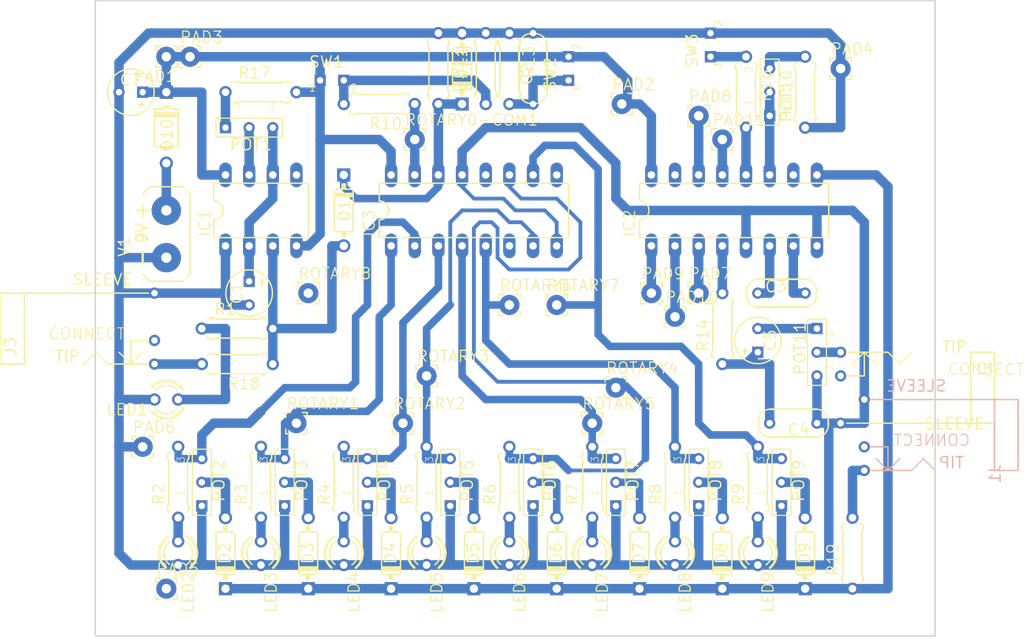
<source format=kicad_pcb>
(kicad_pcb (version 20171130) (host pcbnew "(5.0.2-5)-5")
  (layers (0 Top signal) (31 Bottom signal) (34 B.Paste user) (35 F.Paste user) (36 B.SilkS user) (37 F.SilkS user) (38 B.Mask user) (39 F.Mask user) (44 Edge.Cuts user))
  (net 0 "")
  (net 1 GND)
  (net 2 +9V)
  (net 3 "Net-(IC1-Pad5)")
  (net 4 "Net-(C1-Pad+)")
  (net 5 "Net-(D1-PadA)")
  (net 6 "Net-(IC1-Pad7)")
  (net 7 "Net-(POT1-Pad1)")
  (net 8 "Net-(D10-PadA)")
  (net 9 "Net-(LED1-PadA)")
  (net 10 "Net-(IC3-Pad15)")
  (net 11 "Net-(D1-PadC)")
  (net 12 "Net-(IC3-Pad12)")
  (net 13 "Net-(IC3-Pad11)")
  (net 14 "Net-(IC3-Pad10)")
  (net 15 "Net-(IC3-Pad5)")
  (net 16 "Net-(IC3-Pad4)")
  (net 17 "Net-(IC3-Pad3)")
  (net 18 "Net-(IC3-Pad7)")
  (net 19 "Net-(IC3-Pad2)")
  (net 20 "Net-(IC3-Pad1)")
  (net 21 "Net-(LED2-PadA)")
  (net 22 "Net-(IC2-Pad15)")
  (net 23 "Net-(IC2-Pad14)")
  (net 24 "Net-(IC2-Pad13)")
  (net 25 "Net-(IC2-Pad12)")
  (net 26 "Net-(IC2-Pad11)")
  (net 27 "Net-(IC2-Pad10)")
  (net 28 "Net-(C3-Pad1)")
  (net 29 "Net-(IC2-Pad4)")
  (net 30 "Net-(IC2-Pad3)")
  (net 31 "Net-(C3-Pad2)")
  (net 32 "Net-(IC2-Pad2)")
  (net 33 "Net-(IC2-Pad1)")
  (net 34 "Net-(D2-PadA)")
  (net 35 "Net-(LED3-PadA)")
  (net 36 "Net-(D3-PadA)")
  (net 37 "Net-(LED4-PadA)")
  (net 38 "Net-(D4-PadA)")
  (net 39 "Net-(LED5-PadA)")
  (net 40 "Net-(D5-PadA)")
  (net 41 "Net-(LED6-PadA)")
  (net 42 "Net-(D6-PadA)")
  (net 43 "Net-(LED7-PadA)")
  (net 44 "Net-(D7-PadA)")
  (net 45 "Net-(LED8-PadA)")
  (net 46 "Net-(D8-PadA)")
  (net 47 "Net-(LED9-PadA)")
  (net 48 "Net-(D9-PadA)")
  (net 49 "Net-(R10-Pad2)")
  (net 50 "Net-(C2-Pad1)")
  (net 51 "Net-(J1-PadCONNECT)")
  (net 52 "Net-(J1-PadTIP)")
  (net 53 "Net-(R16-Pad1)")
  (net 54 "Net-(POT10-Pad3)")
  (net 55 "Net-(C4-Pad2)")
  (net 56 "Net-(C5-Pad-)")
  (net 57 "Net-(J2-PadCONNECT)")
  (net 58 "Net-(J2-PadTIP)")
  (net 59 "Net-(J3-PadCONNECT)")
  (net 60 "Net-(J3-PadTIP)")
  (net 61 "Net-(ROTARY8-Pad1)")
  (module "" (layer Top) (at 107.2361 135.3186)
    (fp_text reference @HOLE0 hide)
    (fp_text value "" (at 0 0) (layer F.SilkS) (effects (font (size 1.27 1.27))))
    (pad "" np_thru_hole circle (at 0 0) (size 0.6 0.6) (drill 0.6) (layers *.Cu *.Mask))
  )
  (module "" (layer Top) (at 189.7861 135.3186)
    (fp_text reference @HOLE1 hide)
    (fp_text value "" (at 0 0) (layer F.SilkS) (effects (font (size 1.27 1.27))))
    (pad "" np_thru_hole circle (at 0 0) (size 0.6 0.6) (drill 0.6) (layers *.Cu *.Mask))
  )
  (module "" (layer Top) (at 189.7861 74.3586)
    (fp_text reference @HOLE2 hide)
    (fp_text value "" (at 0 0) (layer F.SilkS) (effects (font (size 1.27 1.27))))
    (pad "" np_thru_hole circle (at 0 0) (size 0.6 0.6) (drill 0.6) (layers *.Cu *.Mask))
  )
  (module "" (layer Top) (at 107.2361 74.3586)
    (fp_text reference @HOLE3 hide)
    (fp_text value "" (at 0 0) (layer F.SilkS) (effects (font (size 1.27 1.27))))
    (pad "" np_thru_hole circle (at 0 0) (size 0.6 0.6) (drill 0.6) (layers *.Cu *.Mask))
  )
  (module "Solid Sequencer:DIL-08" (layer Top) (at 121.2061 93.4086)
    (fp_text reference IC1 (at -5.334 2.921 90) (layer F.SilkS) (effects (font (size 1.2065 1.2065) (thickness 0.127)) (justify left bottom)))
    (fp_text value NE555)
    (pad 5 thru_hole oval (at 3.81 -3.81 90) (size 2.6416 1.3208) (drill 0.8128) (layers *.Cu *.Mask) (net 3 "Net-(IC1-Pad5)"))
    (pad 6 thru_hole oval (at 1.27 -3.81 90) (size 2.6416 1.3208) (drill 0.8128) (layers *.Cu *.Mask) (net 4 "Net-(C1-Pad+)"))
    (pad 4 thru_hole oval (at 3.81 3.81 90) (size 2.6416 1.3208) (drill 0.8128) (layers *.Cu *.Mask) (net 2 +9V))
    (pad 3 thru_hole oval (at 1.27 3.81 90) (size 2.6416 1.3208) (drill 0.8128) (layers *.Cu *.Mask) (net 5 "Net-(D1-PadA)"))
    (pad 8 thru_hole oval (at -3.81 -3.81 90) (size 2.6416 1.3208) (drill 0.8128) (layers *.Cu *.Mask) (net 2 +9V))
    (pad 7 thru_hole oval (at -1.27 -3.81 90) (size 2.6416 1.3208) (drill 0.8128) (layers *.Cu *.Mask) (net 6 "Net-(IC1-Pad7)"))
    (pad 2 thru_hole oval (at -1.27 3.81 90) (size 2.6416 1.3208) (drill 0.8128) (layers *.Cu *.Mask) (net 4 "Net-(C1-Pad+)"))
    (pad 1 thru_hole oval (at -3.81 3.81 90) (size 2.6416 1.3208) (drill 0.8128) (layers *.Cu *.Mask) (net 1 GND))
  )
  (module "Solid Sequencer:POT" (layer Top) (at 119.9361 84.5186 180)
    (fp_text reference POT1 (at -2.54 -1.1176 180) (layer F.SilkS) (effects (font (size 1.2065 1.2065) (thickness 0.1524)) (justify right top)))
    (fp_text value POT-EU)
    (fp_text user 3 (at -2.032 1.778 180) (layer F.SilkS) (effects (font (size 0.77216 0.77216) (thickness 0.065024)) (justify left bottom)))
    (fp_text user 1 (at 1.524 1.778 180) (layer F.SilkS) (effects (font (size 0.77216 0.77216) (thickness 0.065024)) (justify left bottom)))
    (pad 2 thru_hole circle (at 0 0 270) (size 1.208 1.208) (drill 0.7) (layers *.Cu *.Mask) (net 6 "Net-(IC1-Pad7)"))
    (pad 3 thru_hole circle (at -2.54 0 270) (size 1.208 1.208) (drill 0.7) (layers *.Cu *.Mask) (net 4 "Net-(C1-Pad+)"))
    (pad 1 thru_hole rect (at 2.54 0 270) (size 1.208 1.208) (drill 0.7) (layers *.Cu *.Mask) (net 7 "Net-(POT1-Pad1)"))
  )
  (module "Solid Sequencer:050_020_1" (layer Top) (at 119.9361 102.2986 270)
    (fp_text reference C1 (at -1.27 2.032 270) (layer F.SilkS) (effects (font (size 1.2065 1.2065) (thickness 0.1524)) (justify right top)))
    (fp_text value 10u)
    (pad - thru_hole circle (at 1.27 0 270) (size 1.208 1.208) (drill 0.7) (layers *.Cu *.Mask) (net 1 GND))
    (pad + thru_hole rect (at -1.27 0 270) (size 1.208 1.208) (drill 0.7) (layers *.Cu *.Mask) (net 4 "Net-(C1-Pad+)"))
  )
  (module "Solid Sequencer:AB9V" (layer Top) (at 111.0461 95.9486)
    (fp_text reference V1 (at -3.81 2.54 90) (layer F.SilkS) (effects (font (size 1.2065 1.2065) (thickness 0.1524)) (justify left bottom)))
    (fp_text value 9VBATTERY hide)
    (fp_text user 9V (at -1.905 1.143 90) (layer F.SilkS) (effects (font (size 1.2065 1.2065) (thickness 0.2032)) (justify left bottom)))
    (pad + thru_hole circle (at 0 -2.54) (size 3.1496 3.1496) (drill 1.1176) (layers *.Cu *.Mask) (net 8 "Net-(D10-PadA)"))
    (pad - thru_hole circle (at 0 2.54) (size 3.1496 3.1496) (drill 1.1176) (layers *.Cu *.Mask) (net 1 GND))
  )
  (module "Solid Sequencer:0207_7" (layer Top) (at 118.6661 106.1086)
    (fp_text reference R1 (at -2.54 -1.397) (layer F.SilkS) (effects (font (size 1.2065 1.2065) (thickness 0.127)) (justify left bottom)))
    (fp_text value 100R)
    (pad 2 thru_hole circle (at 3.81 0) (size 1.3208 1.3208) (drill 0.8128) (layers *.Cu *.Mask) (net 5 "Net-(D1-PadA)"))
    (pad 1 thru_hole circle (at -3.81 0) (size 1.3208 1.3208) (drill 0.8128) (layers *.Cu *.Mask) (net 9 "Net-(LED1-PadA)"))
  )
  (module "Solid Sequencer:DIL16" (layer Top) (at 144.0661 93.4086)
    (fp_text reference IC3 (at -10.541 2.921 90) (layer F.SilkS) (effects (font (size 1.2065 1.2065) (thickness 0.127)) (justify left bottom)))
    (fp_text value 4022N)
    (pad 16 thru_hole oval (at -8.89 -3.81 90) (size 2.6416 1.3208) (drill 0.8128) (layers *.Cu *.Mask) (net 2 +9V))
    (pad 15 thru_hole oval (at -6.35 -3.81 90) (size 2.6416 1.3208) (drill 0.8128) (layers *.Cu *.Mask) (net 10 "Net-(IC3-Pad15)"))
    (pad 14 thru_hole oval (at -3.81 -3.81 90) (size 2.6416 1.3208) (drill 0.8128) (layers *.Cu *.Mask) (net 11 "Net-(D1-PadC)"))
    (pad 13 thru_hole oval (at -1.27 -3.81 90) (size 2.6416 1.3208) (drill 0.8128) (layers *.Cu *.Mask) (net 1 GND))
    (pad 12 thru_hole oval (at 1.27 -3.81 90) (size 2.6416 1.3208) (drill 0.8128) (layers *.Cu *.Mask) (net 12 "Net-(IC3-Pad12)"))
    (pad 11 thru_hole oval (at 3.81 -3.81 90) (size 2.6416 1.3208) (drill 0.8128) (layers *.Cu *.Mask) (net 13 "Net-(IC3-Pad11)"))
    (pad 10 thru_hole oval (at 6.35 -3.81 90) (size 2.6416 1.3208) (drill 0.8128) (layers *.Cu *.Mask) (net 14 "Net-(IC3-Pad10)"))
    (pad 9 thru_hole oval (at 8.89 -3.81 90) (size 2.6416 1.3208) (drill 0.8128) (layers *.Cu *.Mask))
    (pad 5 thru_hole oval (at 1.27 3.81 90) (size 2.6416 1.3208) (drill 0.8128) (layers *.Cu *.Mask) (net 15 "Net-(IC3-Pad5)"))
    (pad 6 thru_hole oval (at 3.81 3.81 90) (size 2.6416 1.3208) (drill 0.8128) (layers *.Cu *.Mask))
    (pad 4 thru_hole oval (at -1.27 3.81 90) (size 2.6416 1.3208) (drill 0.8128) (layers *.Cu *.Mask) (net 16 "Net-(IC3-Pad4)"))
    (pad 3 thru_hole oval (at -3.81 3.81 90) (size 2.6416 1.3208) (drill 0.8128) (layers *.Cu *.Mask) (net 17 "Net-(IC3-Pad3)"))
    (pad 8 thru_hole oval (at 8.89 3.81 90) (size 2.6416 1.3208) (drill 0.8128) (layers *.Cu *.Mask) (net 1 GND))
    (pad 7 thru_hole oval (at 6.35 3.81 90) (size 2.6416 1.3208) (drill 0.8128) (layers *.Cu *.Mask) (net 18 "Net-(IC3-Pad7)"))
    (pad 2 thru_hole oval (at -6.35 3.81 90) (size 2.6416 1.3208) (drill 0.8128) (layers *.Cu *.Mask) (net 19 "Net-(IC3-Pad2)"))
    (pad 1 thru_hole oval (at -8.89 3.81 90) (size 2.6416 1.3208) (drill 0.8128) (layers *.Cu *.Mask) (net 20 "Net-(IC3-Pad1)"))
  )
  (module "Solid Sequencer:LED3MM" (layer Top) (at 112.3161 130.2386 270)
    (fp_text reference LED2 (at 1.905 -0.381 270) (layer F.SilkS) (effects (font (size 1.2065 1.2065) (thickness 0.127)) (justify right top)))
    (fp_text value LED3MM)
    (pad K thru_hole circle (at 1.27 0 270) (size 1.3208 1.3208) (drill 0.8128) (layers *.Cu *.Mask) (net 1 GND))
    (pad A thru_hole circle (at -1.27 0 270) (size 1.3208 1.3208) (drill 0.8128) (layers *.Cu *.Mask) (net 21 "Net-(LED2-PadA)"))
  )
  (module "Solid Sequencer:0207_7" (layer Top) (at 112.3161 122.6186 90)
    (fp_text reference R2 (at -2.54 -1.397 90) (layer F.SilkS) (effects (font (size 1.2065 1.2065) (thickness 0.127)) (justify left bottom)))
    (fp_text value 10K)
    (pad 2 thru_hole circle (at 3.81 0 90) (size 1.3208 1.3208) (drill 0.8128) (layers *.Cu *.Mask) (net 19 "Net-(IC3-Pad2)"))
    (pad 1 thru_hole circle (at -3.81 0 90) (size 1.3208 1.3208) (drill 0.8128) (layers *.Cu *.Mask) (net 21 "Net-(LED2-PadA)"))
  )
  (module "Solid Sequencer:DIL16" (layer Top) (at 172.0061 93.4086)
    (fp_text reference IC2 (at -10.541 2.921 90) (layer F.SilkS) (effects (font (size 1.2065 1.2065) (thickness 0.127)) (justify left bottom)))
    (fp_text value 4046N)
    (pad 16 thru_hole oval (at -8.89 -3.81 90) (size 2.6416 1.3208) (drill 0.8128) (layers *.Cu *.Mask) (net 2 +9V))
    (pad 15 thru_hole oval (at -6.35 -3.81 90) (size 2.6416 1.3208) (drill 0.8128) (layers *.Cu *.Mask) (net 22 "Net-(IC2-Pad15)"))
    (pad 14 thru_hole oval (at -3.81 -3.81 90) (size 2.6416 1.3208) (drill 0.8128) (layers *.Cu *.Mask) (net 23 "Net-(IC2-Pad14)"))
    (pad 13 thru_hole oval (at -1.27 -3.81 90) (size 2.6416 1.3208) (drill 0.8128) (layers *.Cu *.Mask) (net 24 "Net-(IC2-Pad13)"))
    (pad 12 thru_hole oval (at 1.27 -3.81 90) (size 2.6416 1.3208) (drill 0.8128) (layers *.Cu *.Mask) (net 25 "Net-(IC2-Pad12)"))
    (pad 11 thru_hole oval (at 3.81 -3.81 90) (size 2.6416 1.3208) (drill 0.8128) (layers *.Cu *.Mask) (net 26 "Net-(IC2-Pad11)"))
    (pad 10 thru_hole oval (at 6.35 -3.81 90) (size 2.6416 1.3208) (drill 0.8128) (layers *.Cu *.Mask) (net 27 "Net-(IC2-Pad10)"))
    (pad 9 thru_hole oval (at 8.89 -3.81 90) (size 2.6416 1.3208) (drill 0.8128) (layers *.Cu *.Mask) (net 1 GND))
    (pad 5 thru_hole oval (at 1.27 3.81 90) (size 2.6416 1.3208) (drill 0.8128) (layers *.Cu *.Mask) (net 1 GND))
    (pad 6 thru_hole oval (at 3.81 3.81 90) (size 2.6416 1.3208) (drill 0.8128) (layers *.Cu *.Mask) (net 28 "Net-(C3-Pad1)"))
    (pad 4 thru_hole oval (at -1.27 3.81 90) (size 2.6416 1.3208) (drill 0.8128) (layers *.Cu *.Mask) (net 29 "Net-(IC2-Pad4)"))
    (pad 3 thru_hole oval (at -3.81 3.81 90) (size 2.6416 1.3208) (drill 0.8128) (layers *.Cu *.Mask) (net 30 "Net-(IC2-Pad3)"))
    (pad 8 thru_hole oval (at 8.89 3.81 90) (size 2.6416 1.3208) (drill 0.8128) (layers *.Cu *.Mask) (net 1 GND))
    (pad 7 thru_hole oval (at 6.35 3.81 90) (size 2.6416 1.3208) (drill 0.8128) (layers *.Cu *.Mask) (net 31 "Net-(C3-Pad2)"))
    (pad 2 thru_hole oval (at -6.35 3.81 90) (size 2.6416 1.3208) (drill 0.8128) (layers *.Cu *.Mask) (net 32 "Net-(IC2-Pad2)"))
    (pad 1 thru_hole oval (at -8.89 3.81 90) (size 2.6416 1.3208) (drill 0.8128) (layers *.Cu *.Mask) (net 33 "Net-(IC2-Pad1)"))
  )
  (module "Solid Sequencer:POT" (layer Top) (at 114.8561 122.6186 270)
    (fp_text reference POT2 (at -2.54 -1.1176 270) (layer F.SilkS) (effects (font (size 1.2065 1.2065) (thickness 0.1524)) (justify right top)))
    (fp_text value 10K)
    (fp_text user 3 (at -2.032 1.778 270) (layer F.SilkS) (effects (font (size 0.77216 0.77216) (thickness 0.065024)) (justify left bottom)))
    (fp_text user 1 (at 1.524 1.778 270) (layer F.SilkS) (effects (font (size 0.77216 0.77216) (thickness 0.065024)) (justify left bottom)))
    (pad 2 thru_hole circle (at 0 0) (size 1.208 1.208) (drill 0.7) (layers *.Cu *.Mask) (net 34 "Net-(D2-PadA)"))
    (pad 3 thru_hole circle (at -2.54 0) (size 1.208 1.208) (drill 0.7) (layers *.Cu *.Mask) (net 19 "Net-(IC3-Pad2)"))
    (pad 1 thru_hole rect (at 2.54 0) (size 1.208 1.208) (drill 0.7) (layers *.Cu *.Mask) (net 1 GND))
  )
  (module "Solid Sequencer:DO35-3" (layer Top) (at 130.0961 93.4086 270)
    (fp_text reference D1 (at -1.27 0.635 270) (layer F.SilkS) (effects (font (size 1.2065 1.2065) (thickness 0.1524)) (justify right top)))
    (fp_text value 1N4148)
    (pad A thru_hole circle (at 3.81 0 270) (size 1.408 1.408) (drill 0.9) (layers *.Cu *.Mask) (net 5 "Net-(D1-PadA)"))
    (pad C thru_hole rect (at -3.81 0 270) (size 1.408 1.408) (drill 0.9) (layers *.Cu *.Mask) (net 11 "Net-(D1-PadC)"))
  )
  (module "Solid Sequencer:LED3MM" (layer Top) (at 111.0461 113.7286 180)
    (fp_text reference LED1 (at 1.905 -0.381 180) (layer F.SilkS) (effects (font (size 1.2065 1.2065) (thickness 0.127)) (justify right top)))
    (fp_text value LED3MM)
    (pad K thru_hole circle (at 1.27 0 180) (size 1.3208 1.3208) (drill 0.8128) (layers *.Cu *.Mask) (net 1 GND))
    (pad A thru_hole circle (at -1.27 0 180) (size 1.3208 1.3208) (drill 0.8128) (layers *.Cu *.Mask) (net 9 "Net-(LED1-PadA)"))
  )
  (module "Solid Sequencer:DO35-3" (layer Top) (at 117.3961 130.2386 90)
    (fp_text reference D2 (at -1.27 0.635 90) (layer F.SilkS) (effects (font (size 1.2065 1.2065) (thickness 0.1524)) (justify left bottom)))
    (fp_text value 1N4148)
    (pad A thru_hole circle (at 3.81 0 90) (size 1.408 1.408) (drill 0.9) (layers *.Cu *.Mask) (net 34 "Net-(D2-PadA)"))
    (pad C thru_hole rect (at -3.81 0 90) (size 1.408 1.408) (drill 0.9) (layers *.Cu *.Mask) (net 1 GND))
  )
  (module "Solid Sequencer:LED3MM" (layer Top) (at 121.2061 130.2386 270)
    (fp_text reference LED3 (at 1.905 -0.381 270) (layer F.SilkS) (effects (font (size 1.2065 1.2065) (thickness 0.127)) (justify right top)))
    (fp_text value LED3MM)
    (pad K thru_hole circle (at 1.27 0 270) (size 1.3208 1.3208) (drill 0.8128) (layers *.Cu *.Mask) (net 1 GND))
    (pad A thru_hole circle (at -1.27 0 270) (size 1.3208 1.3208) (drill 0.8128) (layers *.Cu *.Mask) (net 35 "Net-(LED3-PadA)"))
  )
  (module "Solid Sequencer:0207_7" (layer Top) (at 121.2061 122.6186 90)
    (fp_text reference R3 (at -2.54 -1.397 90) (layer F.SilkS) (effects (font (size 1.2065 1.2065) (thickness 0.127)) (justify left bottom)))
    (fp_text value 10K)
    (pad 2 thru_hole circle (at 3.81 0 90) (size 1.3208 1.3208) (drill 0.8128) (layers *.Cu *.Mask) (net 20 "Net-(IC3-Pad1)"))
    (pad 1 thru_hole circle (at -3.81 0 90) (size 1.3208 1.3208) (drill 0.8128) (layers *.Cu *.Mask) (net 35 "Net-(LED3-PadA)"))
  )
  (module "Solid Sequencer:POT" (layer Top) (at 123.7461 122.6186 270)
    (fp_text reference POT3 (at -2.54 -1.1176 270) (layer F.SilkS) (effects (font (size 1.2065 1.2065) (thickness 0.1524)) (justify right top)))
    (fp_text value 10K)
    (fp_text user 3 (at -2.032 1.778 270) (layer F.SilkS) (effects (font (size 0.77216 0.77216) (thickness 0.065024)) (justify left bottom)))
    (fp_text user 1 (at 1.524 1.778 270) (layer F.SilkS) (effects (font (size 0.77216 0.77216) (thickness 0.065024)) (justify left bottom)))
    (pad 2 thru_hole circle (at 0 0) (size 1.208 1.208) (drill 0.7) (layers *.Cu *.Mask) (net 36 "Net-(D3-PadA)"))
    (pad 3 thru_hole circle (at -2.54 0) (size 1.208 1.208) (drill 0.7) (layers *.Cu *.Mask) (net 20 "Net-(IC3-Pad1)"))
    (pad 1 thru_hole rect (at 2.54 0) (size 1.208 1.208) (drill 0.7) (layers *.Cu *.Mask) (net 1 GND))
  )
  (module "Solid Sequencer:DO35-3" (layer Top) (at 126.2861 130.2386 90)
    (fp_text reference D3 (at -1.27 0.635 90) (layer F.SilkS) (effects (font (size 1.2065 1.2065) (thickness 0.1524)) (justify left bottom)))
    (fp_text value 1N4148)
    (pad A thru_hole circle (at 3.81 0 90) (size 1.408 1.408) (drill 0.9) (layers *.Cu *.Mask) (net 36 "Net-(D3-PadA)"))
    (pad C thru_hole rect (at -3.81 0 90) (size 1.408 1.408) (drill 0.9) (layers *.Cu *.Mask) (net 1 GND))
  )
  (module "Solid Sequencer:LED3MM" (layer Top) (at 130.0961 130.2386 270)
    (fp_text reference LED4 (at 1.905 -0.381 270) (layer F.SilkS) (effects (font (size 1.2065 1.2065) (thickness 0.127)) (justify right top)))
    (fp_text value LED3MM)
    (pad K thru_hole circle (at 1.27 0 270) (size 1.3208 1.3208) (drill 0.8128) (layers *.Cu *.Mask) (net 1 GND))
    (pad A thru_hole circle (at -1.27 0 270) (size 1.3208 1.3208) (drill 0.8128) (layers *.Cu *.Mask) (net 37 "Net-(LED4-PadA)"))
  )
  (module "Solid Sequencer:0207_7" (layer Top) (at 130.0961 122.6186 90)
    (fp_text reference R4 (at -2.54 -1.397 90) (layer F.SilkS) (effects (font (size 1.2065 1.2065) (thickness 0.127)) (justify left bottom)))
    (fp_text value 10K)
    (pad 2 thru_hole circle (at 3.81 0 90) (size 1.3208 1.3208) (drill 0.8128) (layers *.Cu *.Mask) (net 17 "Net-(IC3-Pad3)"))
    (pad 1 thru_hole circle (at -3.81 0 90) (size 1.3208 1.3208) (drill 0.8128) (layers *.Cu *.Mask) (net 37 "Net-(LED4-PadA)"))
  )
  (module "Solid Sequencer:POT" (layer Top) (at 132.6361 122.6186 270)
    (fp_text reference POT4 (at -2.54 -1.1176 270) (layer F.SilkS) (effects (font (size 1.2065 1.2065) (thickness 0.1524)) (justify right top)))
    (fp_text value 10K)
    (fp_text user 3 (at -2.032 1.778 270) (layer F.SilkS) (effects (font (size 0.77216 0.77216) (thickness 0.065024)) (justify left bottom)))
    (fp_text user 1 (at 1.524 1.778 270) (layer F.SilkS) (effects (font (size 0.77216 0.77216) (thickness 0.065024)) (justify left bottom)))
    (pad 2 thru_hole circle (at 0 0) (size 1.208 1.208) (drill 0.7) (layers *.Cu *.Mask) (net 38 "Net-(D4-PadA)"))
    (pad 3 thru_hole circle (at -2.54 0) (size 1.208 1.208) (drill 0.7) (layers *.Cu *.Mask) (net 17 "Net-(IC3-Pad3)"))
    (pad 1 thru_hole rect (at 2.54 0) (size 1.208 1.208) (drill 0.7) (layers *.Cu *.Mask) (net 1 GND))
  )
  (module "Solid Sequencer:DO35-3" (layer Top) (at 135.1761 130.2386 90)
    (fp_text reference D4 (at -1.27 0.635 90) (layer F.SilkS) (effects (font (size 1.2065 1.2065) (thickness 0.1524)) (justify left bottom)))
    (fp_text value 1N4148)
    (pad A thru_hole circle (at 3.81 0 90) (size 1.408 1.408) (drill 0.9) (layers *.Cu *.Mask) (net 38 "Net-(D4-PadA)"))
    (pad C thru_hole rect (at -3.81 0 90) (size 1.408 1.408) (drill 0.9) (layers *.Cu *.Mask) (net 1 GND))
  )
  (module "Solid Sequencer:LED3MM" (layer Top) (at 138.9861 130.2386 270)
    (fp_text reference LED5 (at 1.905 -0.381 270) (layer F.SilkS) (effects (font (size 1.2065 1.2065) (thickness 0.127)) (justify right top)))
    (fp_text value LED3MM)
    (pad K thru_hole circle (at 1.27 0 270) (size 1.3208 1.3208) (drill 0.8128) (layers *.Cu *.Mask) (net 1 GND))
    (pad A thru_hole circle (at -1.27 0 270) (size 1.3208 1.3208) (drill 0.8128) (layers *.Cu *.Mask) (net 39 "Net-(LED5-PadA)"))
  )
  (module "Solid Sequencer:0207_7" (layer Top) (at 138.9861 122.6186 90)
    (fp_text reference R5 (at -2.54 -1.397 90) (layer F.SilkS) (effects (font (size 1.2065 1.2065) (thickness 0.127)) (justify left bottom)))
    (fp_text value 10K)
    (pad 2 thru_hole circle (at 3.81 0 90) (size 1.3208 1.3208) (drill 0.8128) (layers *.Cu *.Mask) (net 18 "Net-(IC3-Pad7)"))
    (pad 1 thru_hole circle (at -3.81 0 90) (size 1.3208 1.3208) (drill 0.8128) (layers *.Cu *.Mask) (net 39 "Net-(LED5-PadA)"))
  )
  (module "Solid Sequencer:POT" (layer Top) (at 141.5261 122.6186 270)
    (fp_text reference POT5 (at -2.54 -1.1176 270) (layer F.SilkS) (effects (font (size 1.2065 1.2065) (thickness 0.1524)) (justify right top)))
    (fp_text value 10K)
    (fp_text user 3 (at -2.032 1.778 270) (layer F.SilkS) (effects (font (size 0.77216 0.77216) (thickness 0.065024)) (justify left bottom)))
    (fp_text user 1 (at 1.524 1.778 270) (layer F.SilkS) (effects (font (size 0.77216 0.77216) (thickness 0.065024)) (justify left bottom)))
    (pad 2 thru_hole circle (at 0 0) (size 1.208 1.208) (drill 0.7) (layers *.Cu *.Mask) (net 40 "Net-(D5-PadA)"))
    (pad 3 thru_hole circle (at -2.54 0) (size 1.208 1.208) (drill 0.7) (layers *.Cu *.Mask) (net 18 "Net-(IC3-Pad7)"))
    (pad 1 thru_hole rect (at 2.54 0) (size 1.208 1.208) (drill 0.7) (layers *.Cu *.Mask) (net 1 GND))
  )
  (module "Solid Sequencer:DO35-3" (layer Top) (at 144.0661 130.2386 90)
    (fp_text reference D5 (at -1.27 0.635 90) (layer F.SilkS) (effects (font (size 1.2065 1.2065) (thickness 0.1524)) (justify left bottom)))
    (fp_text value 1N4148)
    (pad A thru_hole circle (at 3.81 0 90) (size 1.408 1.408) (drill 0.9) (layers *.Cu *.Mask) (net 40 "Net-(D5-PadA)"))
    (pad C thru_hole rect (at -3.81 0 90) (size 1.408 1.408) (drill 0.9) (layers *.Cu *.Mask) (net 1 GND))
  )
  (module "Solid Sequencer:LED3MM" (layer Top) (at 147.8761 130.2386 270)
    (fp_text reference LED6 (at 1.905 -0.381 270) (layer F.SilkS) (effects (font (size 1.2065 1.2065) (thickness 0.127)) (justify right top)))
    (fp_text value LED3MM)
    (pad K thru_hole circle (at 1.27 0 270) (size 1.3208 1.3208) (drill 0.8128) (layers *.Cu *.Mask) (net 1 GND))
    (pad A thru_hole circle (at -1.27 0 270) (size 1.3208 1.3208) (drill 0.8128) (layers *.Cu *.Mask) (net 41 "Net-(LED6-PadA)"))
  )
  (module "Solid Sequencer:0207_7" (layer Top) (at 147.8761 122.6186 90)
    (fp_text reference R6 (at -2.54 -1.397 90) (layer F.SilkS) (effects (font (size 1.2065 1.2065) (thickness 0.127)) (justify left bottom)))
    (fp_text value 10K)
    (pad 2 thru_hole circle (at 3.81 0 90) (size 1.3208 1.3208) (drill 0.8128) (layers *.Cu *.Mask) (net 13 "Net-(IC3-Pad11)"))
    (pad 1 thru_hole circle (at -3.81 0 90) (size 1.3208 1.3208) (drill 0.8128) (layers *.Cu *.Mask) (net 41 "Net-(LED6-PadA)"))
  )
  (module "Solid Sequencer:POT" (layer Top) (at 150.4161 122.6186 270)
    (fp_text reference POT6 (at -2.54 -1.1176 270) (layer F.SilkS) (effects (font (size 1.2065 1.2065) (thickness 0.1524)) (justify right top)))
    (fp_text value 10K)
    (fp_text user 3 (at -2.032 1.778 270) (layer F.SilkS) (effects (font (size 0.77216 0.77216) (thickness 0.065024)) (justify left bottom)))
    (fp_text user 1 (at 1.524 1.778 270) (layer F.SilkS) (effects (font (size 0.77216 0.77216) (thickness 0.065024)) (justify left bottom)))
    (pad 2 thru_hole circle (at 0 0) (size 1.208 1.208) (drill 0.7) (layers *.Cu *.Mask) (net 42 "Net-(D6-PadA)"))
    (pad 3 thru_hole circle (at -2.54 0) (size 1.208 1.208) (drill 0.7) (layers *.Cu *.Mask) (net 13 "Net-(IC3-Pad11)"))
    (pad 1 thru_hole rect (at 2.54 0) (size 1.208 1.208) (drill 0.7) (layers *.Cu *.Mask) (net 1 GND))
  )
  (module "Solid Sequencer:DO35-3" (layer Top) (at 152.9561 130.2386 90)
    (fp_text reference D6 (at -1.27 0.635 90) (layer F.SilkS) (effects (font (size 1.2065 1.2065) (thickness 0.1524)) (justify left bottom)))
    (fp_text value 1N4148)
    (pad A thru_hole circle (at 3.81 0 90) (size 1.408 1.408) (drill 0.9) (layers *.Cu *.Mask) (net 42 "Net-(D6-PadA)"))
    (pad C thru_hole rect (at -3.81 0 90) (size 1.408 1.408) (drill 0.9) (layers *.Cu *.Mask) (net 1 GND))
  )
  (module "Solid Sequencer:LED3MM" (layer Top) (at 156.7661 130.2386 270)
    (fp_text reference LED7 (at 1.905 -0.381 270) (layer F.SilkS) (effects (font (size 1.2065 1.2065) (thickness 0.127)) (justify right top)))
    (fp_text value LED3MM)
    (pad K thru_hole circle (at 1.27 0 270) (size 1.3208 1.3208) (drill 0.8128) (layers *.Cu *.Mask) (net 1 GND))
    (pad A thru_hole circle (at -1.27 0 270) (size 1.3208 1.3208) (drill 0.8128) (layers *.Cu *.Mask) (net 43 "Net-(LED7-PadA)"))
  )
  (module "Solid Sequencer:0207_7" (layer Top) (at 156.7661 122.6186 90)
    (fp_text reference R7 (at -2.54 -1.397 90) (layer F.SilkS) (effects (font (size 1.2065 1.2065) (thickness 0.127)) (justify left bottom)))
    (fp_text value 10K)
    (pad 2 thru_hole circle (at 3.81 0 90) (size 1.3208 1.3208) (drill 0.8128) (layers *.Cu *.Mask) (net 16 "Net-(IC3-Pad4)"))
    (pad 1 thru_hole circle (at -3.81 0 90) (size 1.3208 1.3208) (drill 0.8128) (layers *.Cu *.Mask) (net 43 "Net-(LED7-PadA)"))
  )
  (module "Solid Sequencer:POT" (layer Top) (at 159.3061 122.6186 270)
    (fp_text reference POT7 (at -2.54 -1.1176 270) (layer F.SilkS) (effects (font (size 1.2065 1.2065) (thickness 0.1524)) (justify right top)))
    (fp_text value 10K)
    (fp_text user 3 (at -2.032 1.778 270) (layer F.SilkS) (effects (font (size 0.77216 0.77216) (thickness 0.065024)) (justify left bottom)))
    (fp_text user 1 (at 1.524 1.778 270) (layer F.SilkS) (effects (font (size 0.77216 0.77216) (thickness 0.065024)) (justify left bottom)))
    (pad 2 thru_hole circle (at 0 0) (size 1.208 1.208) (drill 0.7) (layers *.Cu *.Mask) (net 44 "Net-(D7-PadA)"))
    (pad 3 thru_hole circle (at -2.54 0) (size 1.208 1.208) (drill 0.7) (layers *.Cu *.Mask) (net 16 "Net-(IC3-Pad4)"))
    (pad 1 thru_hole rect (at 2.54 0) (size 1.208 1.208) (drill 0.7) (layers *.Cu *.Mask) (net 1 GND))
  )
  (module "Solid Sequencer:DO35-3" (layer Top) (at 161.8461 130.2386 90)
    (fp_text reference D7 (at -1.27 0.635 90) (layer F.SilkS) (effects (font (size 1.2065 1.2065) (thickness 0.1524)) (justify left bottom)))
    (fp_text value 1N4148)
    (pad A thru_hole circle (at 3.81 0 90) (size 1.408 1.408) (drill 0.9) (layers *.Cu *.Mask) (net 44 "Net-(D7-PadA)"))
    (pad C thru_hole rect (at -3.81 0 90) (size 1.408 1.408) (drill 0.9) (layers *.Cu *.Mask) (net 1 GND))
  )
  (module "Solid Sequencer:LED3MM" (layer Top) (at 165.6561 130.2386 270)
    (fp_text reference LED8 (at 1.905 -0.381 270) (layer F.SilkS) (effects (font (size 1.2065 1.2065) (thickness 0.127)) (justify right top)))
    (fp_text value LED3MM)
    (pad K thru_hole circle (at 1.27 0 270) (size 1.3208 1.3208) (drill 0.8128) (layers *.Cu *.Mask) (net 1 GND))
    (pad A thru_hole circle (at -1.27 0 270) (size 1.3208 1.3208) (drill 0.8128) (layers *.Cu *.Mask) (net 45 "Net-(LED8-PadA)"))
  )
  (module "Solid Sequencer:0207_7" (layer Top) (at 165.6561 122.6186 90)
    (fp_text reference R8 (at -2.54 -1.397 90) (layer F.SilkS) (effects (font (size 1.2065 1.2065) (thickness 0.127)) (justify left bottom)))
    (fp_text value 10K)
    (pad 2 thru_hole circle (at 3.81 0 90) (size 1.3208 1.3208) (drill 0.8128) (layers *.Cu *.Mask) (net 15 "Net-(IC3-Pad5)"))
    (pad 1 thru_hole circle (at -3.81 0 90) (size 1.3208 1.3208) (drill 0.8128) (layers *.Cu *.Mask) (net 45 "Net-(LED8-PadA)"))
  )
  (module "Solid Sequencer:POT" (layer Top) (at 168.1961 122.6186 270)
    (fp_text reference POT8 (at -2.54 -1.1176 270) (layer F.SilkS) (effects (font (size 1.2065 1.2065) (thickness 0.1524)) (justify right top)))
    (fp_text value 10K)
    (fp_text user 3 (at -2.032 1.778 270) (layer F.SilkS) (effects (font (size 0.77216 0.77216) (thickness 0.065024)) (justify left bottom)))
    (fp_text user 1 (at 1.524 1.778 270) (layer F.SilkS) (effects (font (size 0.77216 0.77216) (thickness 0.065024)) (justify left bottom)))
    (pad 2 thru_hole circle (at 0 0) (size 1.208 1.208) (drill 0.7) (layers *.Cu *.Mask) (net 46 "Net-(D8-PadA)"))
    (pad 3 thru_hole circle (at -2.54 0) (size 1.208 1.208) (drill 0.7) (layers *.Cu *.Mask) (net 15 "Net-(IC3-Pad5)"))
    (pad 1 thru_hole rect (at 2.54 0) (size 1.208 1.208) (drill 0.7) (layers *.Cu *.Mask) (net 1 GND))
  )
  (module "Solid Sequencer:DO35-3" (layer Top) (at 170.7361 130.2386 90)
    (fp_text reference D8 (at -1.27 0.635 90) (layer F.SilkS) (effects (font (size 1.2065 1.2065) (thickness 0.1524)) (justify left bottom)))
    (fp_text value 1N4148)
    (pad A thru_hole circle (at 3.81 0 90) (size 1.408 1.408) (drill 0.9) (layers *.Cu *.Mask) (net 46 "Net-(D8-PadA)"))
    (pad C thru_hole rect (at -3.81 0 90) (size 1.408 1.408) (drill 0.9) (layers *.Cu *.Mask) (net 1 GND))
  )
  (module "Solid Sequencer:LED3MM" (layer Top) (at 174.5461 130.2386 270)
    (fp_text reference LED9 (at 1.905 -0.381 270) (layer F.SilkS) (effects (font (size 1.2065 1.2065) (thickness 0.127)) (justify right top)))
    (fp_text value LED3MM)
    (pad K thru_hole circle (at 1.27 0 270) (size 1.3208 1.3208) (drill 0.8128) (layers *.Cu *.Mask) (net 1 GND))
    (pad A thru_hole circle (at -1.27 0 270) (size 1.3208 1.3208) (drill 0.8128) (layers *.Cu *.Mask) (net 47 "Net-(LED9-PadA)"))
  )
  (module "Solid Sequencer:0207_7" (layer Top) (at 174.5461 122.6186 90)
    (fp_text reference R9 (at -2.54 -1.397 90) (layer F.SilkS) (effects (font (size 1.2065 1.2065) (thickness 0.127)) (justify left bottom)))
    (fp_text value 10K)
    (pad 2 thru_hole circle (at 3.81 0 90) (size 1.3208 1.3208) (drill 0.8128) (layers *.Cu *.Mask) (net 14 "Net-(IC3-Pad10)"))
    (pad 1 thru_hole circle (at -3.81 0 90) (size 1.3208 1.3208) (drill 0.8128) (layers *.Cu *.Mask) (net 47 "Net-(LED9-PadA)"))
  )
  (module "Solid Sequencer:POT" (layer Top) (at 177.0861 122.6186 270)
    (fp_text reference POT9 (at -2.54 -1.1176 270) (layer F.SilkS) (effects (font (size 1.2065 1.2065) (thickness 0.1524)) (justify right top)))
    (fp_text value 10K)
    (fp_text user 3 (at -2.032 1.778 270) (layer F.SilkS) (effects (font (size 0.77216 0.77216) (thickness 0.065024)) (justify left bottom)))
    (fp_text user 1 (at 1.524 1.778 270) (layer F.SilkS) (effects (font (size 0.77216 0.77216) (thickness 0.065024)) (justify left bottom)))
    (pad 2 thru_hole circle (at 0 0) (size 1.208 1.208) (drill 0.7) (layers *.Cu *.Mask) (net 48 "Net-(D9-PadA)"))
    (pad 3 thru_hole circle (at -2.54 0) (size 1.208 1.208) (drill 0.7) (layers *.Cu *.Mask) (net 14 "Net-(IC3-Pad10)"))
    (pad 1 thru_hole rect (at 2.54 0) (size 1.208 1.208) (drill 0.7) (layers *.Cu *.Mask) (net 1 GND))
  )
  (module "Solid Sequencer:DO35-3" (layer Top) (at 179.6261 130.2386 90)
    (fp_text reference D9 (at -1.27 0.635 90) (layer F.SilkS) (effects (font (size 1.2065 1.2065) (thickness 0.1524)) (justify left bottom)))
    (fp_text value 1N4148)
    (pad A thru_hole circle (at 3.81 0 90) (size 1.408 1.408) (drill 0.9) (layers *.Cu *.Mask) (net 48 "Net-(D9-PadA)"))
    (pad C thru_hole rect (at -3.81 0 90) (size 1.408 1.408) (drill 0.9) (layers *.Cu *.Mask) (net 1 GND))
  )
  (module "Solid Sequencer:0207_7" (layer Top) (at 133.9061 81.9786 180)
    (fp_text reference R10 (at -2.54 -1.397 180) (layer F.SilkS) (effects (font (size 1.2065 1.2065) (thickness 0.127)) (justify right top)))
    (fp_text value 100K)
    (pad 2 thru_hole circle (at 3.81 0 180) (size 1.3208 1.3208) (drill 0.8128) (layers *.Cu *.Mask) (net 49 "Net-(R10-Pad2)"))
    (pad 1 thru_hole circle (at -3.81 0 180) (size 1.3208 1.3208) (drill 0.8128) (layers *.Cu *.Mask) (net 10 "Net-(IC3-Pad15)"))
  )
  (module "Solid Sequencer:0207_7" (layer Top) (at 145.3361 78.1686 90)
    (fp_text reference R11 (at -2.54 -1.397 90) (layer F.SilkS) (effects (font (size 1.2065 1.2065) (thickness 0.127)) (justify left bottom)))
    (fp_text value 100K)
    (pad 2 thru_hole circle (at 3.81 0 90) (size 1.3208 1.3208) (drill 0.8128) (layers *.Cu *.Mask) (net 1 GND))
    (pad 1 thru_hole circle (at -3.81 0 90) (size 1.3208 1.3208) (drill 0.8128) (layers *.Cu *.Mask) (net 49 "Net-(R10-Pad2)"))
  )
  (module "Solid Sequencer:SPST" (layer Top) (at 128.8261 79.4386)
    (fp_text reference SW1 (at -2.54 -1.27) (layer F.SilkS) (effects (font (size 1.2065 1.2065) (thickness 0.1524)) (justify left bottom)))
    (fp_text value MOMENTARY hide)
    (fp_text user 2 (at 1.905 1.27) (layer F.SilkS) (effects (font (size 0.77216 0.77216) (thickness 0.097536)) (justify left bottom)))
    (fp_text user 1 (at -2.54 1.27) (layer F.SilkS) (effects (font (size 0.77216 0.77216) (thickness 0.097536)) (justify left bottom)))
    (pad 1 thru_hole rect (at -1.27 0) (size 1.208 1.208) (drill 0.7) (layers *.Cu *.Mask) (net 2 +9V))
    (pad 2 thru_hole rect (at 1.27 0) (size 1.208 1.208) (drill 0.7) (layers *.Cu *.Mask) (net 49 "Net-(R10-Pad2)"))
  )
  (module "Solid Sequencer:DO35-3" (layer Top) (at 142.7961 78.1686 90)
    (fp_text reference D11 (at -1.27 0.635 90) (layer F.SilkS) (effects (font (size 1.2065 1.2065) (thickness 0.1524)) (justify left bottom)))
    (fp_text value 1N4148)
    (pad A thru_hole circle (at 3.81 0 90) (size 1.408 1.408) (drill 0.9) (layers *.Cu *.Mask) (net 1 GND))
    (pad C thru_hole rect (at -3.81 0 90) (size 1.408 1.408) (drill 0.9) (layers *.Cu *.Mask) (net 11 "Net-(D1-PadC)"))
  )
  (module "Solid Sequencer:0207_7" (layer Top) (at 140.2561 78.1686 270)
    (fp_text reference R12 (at -2.54 -1.397 270) (layer F.SilkS) (effects (font (size 1.2065 1.2065) (thickness 0.127)) (justify right top)))
    (fp_text value 100K)
    (pad 2 thru_hole circle (at 3.81 0 270) (size 1.3208 1.3208) (drill 0.8128) (layers *.Cu *.Mask) (net 11 "Net-(D1-PadC)"))
    (pad 1 thru_hole circle (at -3.81 0 270) (size 1.3208 1.3208) (drill 0.8128) (layers *.Cu *.Mask) (net 1 GND))
  )
  (module "Solid Sequencer:0207_7" (layer Top) (at 147.8761 78.1686 270)
    (fp_text reference R13 (at -2.54 -1.397 270) (layer F.SilkS) (effects (font (size 1.2065 1.2065) (thickness 0.127)) (justify right top)))
    (fp_text value 10K)
    (pad 2 thru_hole circle (at 3.81 0 270) (size 1.3208 1.3208) (drill 0.8128) (layers *.Cu *.Mask) (net 50 "Net-(C2-Pad1)"))
    (pad 1 thru_hole circle (at -3.81 0 270) (size 1.3208 1.3208) (drill 0.8128) (layers *.Cu *.Mask) (net 1 GND))
  )
  (module "Solid Sequencer:075X030_3" (layer Top) (at 150.4161 78.1686 90)
    (fp_text reference C2 (at -1.874 0 90) (layer F.SilkS) (effects (font (size 1.2065 1.2065) (thickness 0.1524)) (justify left bottom)))
    (fp_text value 100N)
    (pad 2 thru_hole circle (at 3.81 0 90) (size 1.208 1.208) (drill 0.7) (layers *.Cu *.Mask) (net 1 GND))
    (pad 1 thru_hole circle (at -3.81 0 90) (size 1.208 1.208) (drill 0.7) (layers *.Cu *.Mask) (net 50 "Net-(C2-Pad1)"))
  )
  (module "Solid Sequencer:SPST" (layer Top) (at 154.2261 78.1686 90)
    (fp_text reference SW2 (at -2.54 -1.27 90) (layer F.SilkS) (effects (font (size 1.2065 1.2065) (thickness 0.1524)) (justify left bottom)))
    (fp_text value MOMENTARY hide)
    (fp_text user 2 (at 1.905 1.27 90) (layer F.SilkS) (effects (font (size 0.77216 0.77216) (thickness 0.097536)) (justify left bottom)))
    (fp_text user 1 (at -2.54 1.27 90) (layer F.SilkS) (effects (font (size 0.77216 0.77216) (thickness 0.097536)) (justify left bottom)))
    (pad 1 thru_hole rect (at -1.27 0 90) (size 1.208 1.208) (drill 0.7) (layers *.Cu *.Mask) (net 50 "Net-(C2-Pad1)"))
    (pad 2 thru_hole rect (at 1.27 0 90) (size 1.208 1.208) (drill 0.7) (layers *.Cu *.Mask) (net 2 +9V))
  )
  (module "Solid Sequencer:CLOSED_MONO_JACK" (layer Bottom) (at 193.5961 117.5386 180)
    (fp_text reference J1 (at -7.112 -3.048 90) (layer B.SilkS) (effects (font (size 1.2065 1.2065) (thickness 0.1524)) (justify left bottom mirror)))
    (fp_text value CLOSEDMONO hide)
    (fp_text user CONNECT (at -3.81 -1.27 180) (layer B.SilkS) (effects (font (size 1.2065 1.2065) (thickness 0.1016)) (justify left bottom mirror)))
    (fp_text user SLEEVE (at -1.27 4.572 180) (layer B.SilkS) (effects (font (size 1.2065 1.2065) (thickness 0.1524)) (justify left bottom mirror)))
    (fp_text user TIP (at -3.175 -3.683 180) (layer B.SilkS) (effects (font (size 1.2065 1.2065) (thickness 0.1524)) (justify left bottom mirror)))
    (pad CONNECT thru_hole circle (at 7.62 -1.27 180) (size 1.208 1.208) (drill 0.7) (layers *.Cu *.Mask) (net 51 "Net-(J1-PadCONNECT)"))
    (pad SLEEVE thru_hole circle (at 7.62 3.81 180) (size 1.208 1.208) (drill 0.7) (layers *.Cu *.Mask) (net 1 GND))
    (pad TIP thru_hole circle (at 7.62 -3.81 180) (size 1.208 1.208) (drill 0.7) (layers *.Cu *.Mask) (net 52 "Net-(J1-PadTIP)"))
  )
  (module "Solid Sequencer:0207_7" (layer Top) (at 173.2761 80.7086 270)
    (fp_text reference R16 (at -2.54 -1.397 270) (layer F.SilkS) (effects (font (size 1.2065 1.2065) (thickness 0.127)) (justify right top)))
    (fp_text value 220K)
    (pad 2 thru_hole circle (at 3.81 0 270) (size 1.3208 1.3208) (drill 0.8128) (layers *.Cu *.Mask) (net 25 "Net-(IC2-Pad12)"))
    (pad 1 thru_hole circle (at -3.81 0 270) (size 1.3208 1.3208) (drill 0.8128) (layers *.Cu *.Mask) (net 53 "Net-(R16-Pad1)"))
  )
  (module "Solid Sequencer:075X030" (layer Top) (at 177.0861 102.2986)
    (fp_text reference C3 (at -1.874 0) (layer F.SilkS) (effects (font (size 1.2065 1.2065) (thickness 0.1524)) (justify left bottom)))
    (fp_text value 100n)
    (pad 2 thru_hole circle (at 2.54 0) (size 1.208 1.208) (drill 0.7) (layers *.Cu *.Mask) (net 31 "Net-(C3-Pad2)"))
    (pad 1 thru_hole circle (at -2.54 0) (size 1.208 1.208) (drill 0.7) (layers *.Cu *.Mask) (net 28 "Net-(C3-Pad1)"))
  )
  (module "Solid Sequencer:0207_7" (layer Top) (at 179.6261 80.7086 90)
    (fp_text reference R15 (at -2.54 -1.397 90) (layer F.SilkS) (effects (font (size 1.2065 1.2065) (thickness 0.127)) (justify left bottom)))
    (fp_text value 10K)
    (pad 2 thru_hole circle (at 3.81 0 90) (size 1.3208 1.3208) (drill 0.8128) (layers *.Cu *.Mask) (net 54 "Net-(POT10-Pad3)"))
    (pad 1 thru_hole circle (at -3.81 0 90) (size 1.3208 1.3208) (drill 0.8128) (layers *.Cu *.Mask) (net 1 GND))
  )
  (module "Solid Sequencer:POT" (layer Top) (at 175.8161 80.7086 270)
    (fp_text reference POT10 (at -2.54 -1.1176 270) (layer F.SilkS) (effects (font (size 1.2065 1.2065) (thickness 0.1524)) (justify right top)))
    (fp_text value 100K)
    (fp_text user 3 (at -2.032 1.778 270) (layer F.SilkS) (effects (font (size 0.77216 0.77216) (thickness 0.065024)) (justify left bottom)))
    (fp_text user 1 (at 1.524 1.778 270) (layer F.SilkS) (effects (font (size 0.77216 0.77216) (thickness 0.065024)) (justify left bottom)))
    (pad 2 thru_hole circle (at 0 0) (size 1.208 1.208) (drill 0.7) (layers *.Cu *.Mask) (net 26 "Net-(IC2-Pad11)"))
    (pad 3 thru_hole circle (at -2.54 0) (size 1.208 1.208) (drill 0.7) (layers *.Cu *.Mask) (net 54 "Net-(POT10-Pad3)"))
    (pad 1 thru_hole rect (at 2.54 0) (size 1.208 1.208) (drill 0.7) (layers *.Cu *.Mask) (net 26 "Net-(IC2-Pad11)"))
  )
  (module "Solid Sequencer:0207_7" (layer Top) (at 170.7361 106.1086 90)
    (fp_text reference R14 (at -2.54 -1.397 90) (layer F.SilkS) (effects (font (size 1.2065 1.2065) (thickness 0.127)) (justify left bottom)))
    (fp_text value 1K)
    (pad 2 thru_hole circle (at 3.81 0 90) (size 1.3208 1.3208) (drill 0.8128) (layers *.Cu *.Mask) (net 29 "Net-(IC2-Pad4)"))
    (pad 1 thru_hole circle (at -3.81 0 90) (size 1.3208 1.3208) (drill 0.8128) (layers *.Cu *.Mask) (net 55 "Net-(C4-Pad2)"))
  )
  (module "Solid Sequencer:075X030" (layer Top) (at 178.3561 116.2686 180)
    (fp_text reference C4 (at -1.874 0 180) (layer F.SilkS) (effects (font (size 1.2065 1.2065) (thickness 0.1524)) (justify right top)))
    (fp_text value 10n)
    (pad 2 thru_hole circle (at 2.54 0 180) (size 1.208 1.208) (drill 0.7) (layers *.Cu *.Mask) (net 55 "Net-(C4-Pad2)"))
    (pad 1 thru_hole circle (at -2.54 0 180) (size 1.208 1.208) (drill 0.7) (layers *.Cu *.Mask) (net 1 GND))
  )
  (module "Solid Sequencer:050_020_1" (layer Top) (at 174.5461 107.3786 90)
    (fp_text reference C5 (at -1.27 2.032 90) (layer F.SilkS) (effects (font (size 1.2065 1.2065) (thickness 0.1524)) (justify left bottom)))
    (fp_text value 100u)
    (pad - thru_hole circle (at 1.27 0 90) (size 1.208 1.208) (drill 0.7) (layers *.Cu *.Mask) (net 56 "Net-(C5-Pad-)"))
    (pad + thru_hole rect (at -1.27 0 90) (size 1.208 1.208) (drill 0.7) (layers *.Cu *.Mask) (net 55 "Net-(C4-Pad2)"))
  )
  (module "Solid Sequencer:CLOSED_MONO_JACK" (layer Top) (at 191.0561 112.4586 180)
    (fp_text reference J2 (at -7.112 3.048 270) (layer F.SilkS) (effects (font (size 1.2065 1.2065) (thickness 0.1524)) (justify right top)))
    (fp_text value CLOSEDMONO hide)
    (fp_text user CONNECT (at -3.81 1.27 180) (layer F.SilkS) (effects (font (size 1.2065 1.2065) (thickness 0.1016)) (justify left bottom)))
    (fp_text user SLEEVE (at -1.27 -4.572 180) (layer F.SilkS) (effects (font (size 1.2065 1.2065) (thickness 0.1524)) (justify left bottom)))
    (fp_text user TIP (at -3.175 3.683 180) (layer F.SilkS) (effects (font (size 1.2065 1.2065) (thickness 0.1524)) (justify left bottom)))
    (pad CONNECT thru_hole circle (at 7.62 1.27 180) (size 1.208 1.208) (drill 0.7) (layers *.Cu *.Mask) (net 57 "Net-(J2-PadCONNECT)"))
    (pad SLEEVE thru_hole circle (at 7.62 -3.81 180) (size 1.208 1.208) (drill 0.7) (layers *.Cu *.Mask) (net 1 GND))
    (pad TIP thru_hole circle (at 7.62 3.81 180) (size 1.208 1.208) (drill 0.7) (layers *.Cu *.Mask) (net 58 "Net-(J2-PadTIP)"))
  )
  (module "Solid Sequencer:050_020_1" (layer Top) (at 107.2361 80.7086 180)
    (fp_text reference C7 (at -1.27 2.032 180) (layer F.SilkS) (effects (font (size 1.2065 1.2065) (thickness 0.1524)) (justify right top)))
    (fp_text value 10u)
    (pad - thru_hole circle (at 1.27 0 180) (size 1.208 1.208) (drill 0.7) (layers *.Cu *.Mask) (net 1 GND))
    (pad + thru_hole rect (at -1.27 0 180) (size 1.208 1.208) (drill 0.7) (layers *.Cu *.Mask) (net 2 +9V))
  )
  (module "Solid Sequencer:2,15_1,0" (layer Top) (at 111.0461 76.8986 180)
    (fp_text reference PAD1 (at -1.143 -1.397 180) (layer F.SilkS) (effects (font (size 1.2065 1.2065) (thickness 0.127)) (justify right top)))
    (fp_text value VCC)
    (pad 1 thru_hole circle (at 0 0 180) (size 2.159 2.159) (drill 1.016) (layers *.Cu *.Mask) (net 2 +9V))
  )
  (module "Solid Sequencer:2,15_1,0" (layer Top) (at 159.9411 81.9786)
    (fp_text reference PAD2 (at -1.143 -1.397) (layer F.SilkS) (effects (font (size 1.2065 1.2065) (thickness 0.127)) (justify left bottom)))
    (fp_text value VCC)
    (pad 1 thru_hole circle (at 0 0) (size 2.159 2.159) (drill 1.016) (layers *.Cu *.Mask) (net 2 +9V))
  )
  (module "Solid Sequencer:2,15_1,0" (layer Top) (at 113.5861 76.8986)
    (fp_text reference PAD3 (at -1.143 -1.397) (layer F.SilkS) (effects (font (size 1.2065 1.2065) (thickness 0.127)) (justify left bottom)))
    (fp_text value VCC)
    (pad 1 thru_hole circle (at 0 0) (size 2.159 2.159) (drill 1.016) (layers *.Cu *.Mask) (net 2 +9V))
  )
  (module "Solid Sequencer:2,15_1,0" (layer Top) (at 183.4361 78.1686)
    (fp_text reference PAD4 (at -1.143 -1.397) (layer F.SilkS) (effects (font (size 1.2065 1.2065) (thickness 0.127)) (justify left bottom)))
    (fp_text value GND)
    (pad 1 thru_hole circle (at 0 0) (size 2.159 2.159) (drill 1.016) (layers *.Cu *.Mask) (net 1 GND))
  )
  (module "Solid Sequencer:2,15_1,0" (layer Top) (at 111.0461 134.0486)
    (fp_text reference PAD5 (at -1.143 -1.397) (layer F.SilkS) (effects (font (size 1.2065 1.2065) (thickness 0.127)) (justify left bottom)))
    (fp_text value GND)
    (pad 1 thru_hole circle (at 0 0) (size 2.159 2.159) (drill 1.016) (layers *.Cu *.Mask) (net 1 GND))
  )
  (module "Solid Sequencer:2,15_1,0" (layer Top) (at 108.5061 118.8086)
    (fp_text reference PAD6 (at -1.143 -1.397) (layer F.SilkS) (effects (font (size 1.2065 1.2065) (thickness 0.127)) (justify left bottom)))
    (fp_text value GND)
    (pad 1 thru_hole circle (at 0 0) (size 2.159 2.159) (drill 1.016) (layers *.Cu *.Mask) (net 1 GND))
  )
  (module "Solid Sequencer:CLOSED_MONO_JACK" (layer Top) (at 102.1561 106.1086)
    (fp_text reference J3 (at -7.112 3.048 90) (layer F.SilkS) (effects (font (size 1.2065 1.2065) (thickness 0.1524)) (justify left bottom)))
    (fp_text value CLOSEDMONO hide)
    (fp_text user CONNECT (at -3.81 1.27) (layer F.SilkS) (effects (font (size 1.2065 1.2065) (thickness 0.1016)) (justify left bottom)))
    (fp_text user SLEEVE (at -1.27 -4.572) (layer F.SilkS) (effects (font (size 1.2065 1.2065) (thickness 0.1524)) (justify left bottom)))
    (fp_text user TIP (at -3.175 3.683) (layer F.SilkS) (effects (font (size 1.2065 1.2065) (thickness 0.1524)) (justify left bottom)))
    (pad CONNECT thru_hole circle (at 7.62 1.27) (size 1.208 1.208) (drill 0.7) (layers *.Cu *.Mask) (net 59 "Net-(J3-PadCONNECT)"))
    (pad SLEEVE thru_hole circle (at 7.62 -3.81) (size 1.208 1.208) (drill 0.7) (layers *.Cu *.Mask) (net 1 GND))
    (pad TIP thru_hole circle (at 7.62 3.81) (size 1.208 1.208) (drill 0.7) (layers *.Cu *.Mask) (net 60 "Net-(J3-PadTIP)"))
  )
  (module "Solid Sequencer:2,15_1,0" (layer Top) (at 168.1961 102.2986)
    (fp_text reference PAD7 (at -1.143 -1.397) (layer F.SilkS) (effects (font (size 1.2065 1.2065) (thickness 0.127)) (justify left bottom)))
    (fp_text value 2,15_1,0)
    (pad 1 thru_hole circle (at 0 0) (size 2.159 2.159) (drill 1.016) (layers *.Cu *.Mask) (net 30 "Net-(IC2-Pad3)"))
  )
  (module "Solid Sequencer:2,15_1,0" (layer Top) (at 168.1961 83.2486)
    (fp_text reference PAD8 (at -1.143 -1.397) (layer F.SilkS) (effects (font (size 1.2065 1.2065) (thickness 0.127)) (justify left bottom)))
    (fp_text value 2,15_1,0)
    (pad 1 thru_hole circle (at 0 0) (size 2.159 2.159) (drill 1.016) (layers *.Cu *.Mask) (net 23 "Net-(IC2-Pad14)"))
  )
  (module "Solid Sequencer:2,15_1,0" (layer Top) (at 163.1161 102.2986)
    (fp_text reference PAD9 (at -1.143 -1.397) (layer F.SilkS) (effects (font (size 1.2065 1.2065) (thickness 0.127)) (justify left bottom)))
    (fp_text value 2,15_1,0)
    (pad 1 thru_hole circle (at 0 0) (size 2.159 2.159) (drill 1.016) (layers *.Cu *.Mask) (net 33 "Net-(IC2-Pad1)"))
  )
  (module "Solid Sequencer:2,15_1,0" (layer Top) (at 165.6561 104.8386)
    (fp_text reference PAD10 (at -1.143 -1.397) (layer F.SilkS) (effects (font (size 1.2065 1.2065) (thickness 0.127)) (justify left bottom)))
    (fp_text value 2,15_1,0)
    (pad 1 thru_hole circle (at 0 0) (size 2.159 2.159) (drill 1.016) (layers *.Cu *.Mask) (net 32 "Net-(IC2-Pad2)"))
  )
  (module "Solid Sequencer:2,15_1,0" (layer Top) (at 170.7361 85.7886)
    (fp_text reference PAD11 (at -1.143 -1.397) (layer F.SilkS) (effects (font (size 1.2065 1.2065) (thickness 0.127)) (justify left bottom)))
    (fp_text value 2,15_1,0)
    (pad 1 thru_hole circle (at 0 0) (size 2.159 2.159) (drill 1.016) (layers *.Cu *.Mask) (net 24 "Net-(IC2-Pad13)"))
  )
  (module "Solid Sequencer:2,15_1,0" (layer Top) (at 136.4461 116.2686)
    (fp_text reference ROTARY2 (at -1.143 -1.397) (layer F.SilkS) (effects (font (size 1.2065 1.2065) (thickness 0.127)) (justify left bottom)))
    (fp_text value 2,15_1,0)
    (pad 1 thru_hole circle (at 0 0) (size 2.159 2.159) (drill 1.016) (layers *.Cu *.Mask) (net 17 "Net-(IC3-Pad3)"))
  )
  (module "Solid Sequencer:2,15_1,0" (layer Top) (at 138.9861 111.1886)
    (fp_text reference ROTARY3 (at -1.143 -1.397) (layer F.SilkS) (effects (font (size 1.2065 1.2065) (thickness 0.127)) (justify left bottom)))
    (fp_text value 2,15_1,0)
    (pad 1 thru_hole circle (at 0 0) (size 2.159 2.159) (drill 1.016) (layers *.Cu *.Mask) (net 18 "Net-(IC3-Pad7)"))
  )
  (module "Solid Sequencer:2,15_1,0" (layer Top) (at 159.3061 112.4586)
    (fp_text reference ROTARY4 (at -1.143 -1.397) (layer F.SilkS) (effects (font (size 1.2065 1.2065) (thickness 0.127)) (justify left bottom)))
    (fp_text value 2,15_1,0)
    (pad 1 thru_hole circle (at 0 0) (size 2.159 2.159) (drill 1.016) (layers *.Cu *.Mask) (net 13 "Net-(IC3-Pad11)"))
  )
  (module "Solid Sequencer:2,15_1,0" (layer Top) (at 156.7661 116.2686)
    (fp_text reference ROTARY5 (at -1.143 -1.397) (layer F.SilkS) (effects (font (size 1.2065 1.2065) (thickness 0.127)) (justify left bottom)))
    (fp_text value 2,15_1,0)
    (pad 1 thru_hole circle (at 0 0) (size 2.159 2.159) (drill 1.016) (layers *.Cu *.Mask) (net 16 "Net-(IC3-Pad4)"))
  )
  (module "Solid Sequencer:2,15_1,0" (layer Top) (at 147.8761 103.5686)
    (fp_text reference ROTARY6 (at -1.143 -1.397) (layer F.SilkS) (effects (font (size 1.2065 1.2065) (thickness 0.127)) (justify left bottom)))
    (fp_text value 2,15_1,0)
    (pad 1 thru_hole circle (at 0 0) (size 2.159 2.159) (drill 1.016) (layers *.Cu *.Mask) (net 15 "Net-(IC3-Pad5)"))
  )
  (module "Solid Sequencer:2,15_1,0" (layer Top) (at 152.9561 103.5686)
    (fp_text reference ROTARY7 (at -1.143 -1.397) (layer F.SilkS) (effects (font (size 1.2065 1.2065) (thickness 0.127)) (justify left bottom)))
    (fp_text value 2,15_1,0)
    (pad 1 thru_hole circle (at 0 0) (size 2.159 2.159) (drill 1.016) (layers *.Cu *.Mask) (net 14 "Net-(IC3-Pad10)"))
  )
  (module "Solid Sequencer:SPST" (layer Top) (at 169.4661 75.6286 90)
    (fp_text reference SW3 (at -2.54 -1.27 90) (layer F.SilkS) (effects (font (size 1.2065 1.2065) (thickness 0.1524)) (justify left bottom)))
    (fp_text value SPST hide)
    (fp_text user 2 (at 1.905 1.27 90) (layer F.SilkS) (effects (font (size 0.77216 0.77216) (thickness 0.097536)) (justify left bottom)))
    (fp_text user 1 (at -2.54 1.27 90) (layer F.SilkS) (effects (font (size 0.77216 0.77216) (thickness 0.097536)) (justify left bottom)))
    (pad 1 thru_hole rect (at -1.27 0 90) (size 1.208 1.208) (drill 0.7) (layers *.Cu *.Mask) (net 53 "Net-(R16-Pad1)"))
    (pad 2 thru_hole rect (at 1.27 0 90) (size 1.208 1.208) (drill 0.7) (layers *.Cu *.Mask) (net 1 GND))
  )
  (module "Solid Sequencer:0207_7" (layer Top) (at 121.2061 80.7086)
    (fp_text reference R17 (at -2.54 -1.397) (layer F.SilkS) (effects (font (size 1.2065 1.2065) (thickness 0.127)) (justify left bottom)))
    (fp_text value 220R)
    (pad 2 thru_hole circle (at 3.81 0) (size 1.3208 1.3208) (drill 0.8128) (layers *.Cu *.Mask) (net 2 +9V))
    (pad 1 thru_hole circle (at -3.81 0) (size 1.3208 1.3208) (drill 0.8128) (layers *.Cu *.Mask) (net 7 "Net-(POT1-Pad1)"))
  )
  (module "Solid Sequencer:2,15_1,0" (layer Top) (at 125.0161 116.2686)
    (fp_text reference ROTARY1 (at -1.143 -1.397) (layer F.SilkS) (effects (font (size 1.2065 1.2065) (thickness 0.127)) (justify left bottom)))
    (fp_text value 2,15_1,0)
    (pad 1 thru_hole circle (at 0 0) (size 2.159 2.159) (drill 1.016) (layers *.Cu *.Mask) (net 20 "Net-(IC3-Pad1)"))
  )
  (module "Solid Sequencer:2,15_1,0" (layer Top) (at 126.2861 102.2986)
    (fp_text reference ROTARY8 (at -1.143 -1.397) (layer F.SilkS) (effects (font (size 1.2065 1.2065) (thickness 0.127)) (justify left bottom)))
    (fp_text value 2,15_1,0)
    (pad 1 thru_hole circle (at 0 0) (size 2.159 2.159) (drill 1.016) (layers *.Cu *.Mask) (net 61 "Net-(ROTARY8-Pad1)"))
  )
  (module "Solid Sequencer:2,15_1,0" (layer Top) (at 137.7161 85.7886)
    (fp_text reference ROTARY0-COM1 (at -1.143 -1.397) (layer F.SilkS) (effects (font (size 1.2065 1.2065) (thickness 0.127)) (justify left bottom)))
    (fp_text value 2,15_1,0)
    (pad 1 thru_hole circle (at 0 0) (size 2.159 2.159) (drill 1.016) (layers *.Cu *.Mask) (net 10 "Net-(IC3-Pad15)"))
  )
  (module "Solid Sequencer:POT" (layer Top) (at 180.8961 108.6486 90)
    (fp_text reference POT11 (at -2.54 -1.1176 90) (layer F.SilkS) (effects (font (size 1.2065 1.2065) (thickness 0.1524)) (justify left bottom)))
    (fp_text value 100K)
    (fp_text user 3 (at -2.032 1.778 90) (layer F.SilkS) (effects (font (size 0.77216 0.77216) (thickness 0.065024)) (justify left bottom)))
    (fp_text user 1 (at 1.524 1.778 90) (layer F.SilkS) (effects (font (size 0.77216 0.77216) (thickness 0.065024)) (justify left bottom)))
    (pad 2 thru_hole circle (at 0 0 180) (size 1.208 1.208) (drill 0.7) (layers *.Cu *.Mask) (net 58 "Net-(J2-PadTIP)"))
    (pad 3 thru_hole circle (at -2.54 0 180) (size 1.208 1.208) (drill 0.7) (layers *.Cu *.Mask) (net 1 GND))
    (pad 1 thru_hole rect (at 2.54 0 180) (size 1.208 1.208) (drill 0.7) (layers *.Cu *.Mask) (net 56 "Net-(C5-Pad-)"))
  )
  (module "Solid Sequencer:0207_7" (layer Top) (at 118.6661 109.9186 180)
    (fp_text reference R18 (at -2.54 -1.397 180) (layer F.SilkS) (effects (font (size 1.2065 1.2065) (thickness 0.127)) (justify right top)))
    (fp_text value 10K)
    (pad 2 thru_hole circle (at 3.81 0 180) (size 1.3208 1.3208) (drill 0.8128) (layers *.Cu *.Mask) (net 60 "Net-(J3-PadTIP)"))
    (pad 1 thru_hole circle (at -3.81 0 180) (size 1.3208 1.3208) (drill 0.8128) (layers *.Cu *.Mask) (net 5 "Net-(D1-PadA)"))
  )
  (module "Solid Sequencer:0207_7" (layer Top) (at 184.7061 130.2386 90)
    (fp_text reference R19 (at -2.54 -1.397 90) (layer F.SilkS) (effects (font (size 1.2065 1.2065) (thickness 0.127)) (justify left bottom)))
    (fp_text value 1K)
    (pad 2 thru_hole circle (at 3.81 0 90) (size 1.3208 1.3208) (drill 0.8128) (layers *.Cu *.Mask) (net 52 "Net-(J1-PadTIP)"))
    (pad 1 thru_hole circle (at -3.81 0 90) (size 1.3208 1.3208) (drill 0.8128) (layers *.Cu *.Mask) (net 1 GND))
  )
  (module "Solid Sequencer:DO41-3" (layer Top) (at 111.0461 84.5186 270)
    (fp_text reference D10 (at -1.0922 0.635 270) (layer F.SilkS) (effects (font (size 1.2065 1.2065) (thickness 0.1524)) (justify right top)))
    (fp_text value 1N400X.3)
    (pad A thru_hole circle (at 3.81 0 270) (size 1.408 1.408) (drill 0.9) (layers *.Cu *.Mask) (net 8 "Net-(D10-PadA)"))
    (pad C thru_hole rect (at -3.81 0 270) (size 1.408 1.408) (drill 0.9) (layers *.Cu *.Mask) (net 2 +9V))
  )
  (gr_line (start 103.4261 139.1286) (end 193.5761 139.1286) (layer Edge.Cuts) (width 0.15))
  (gr_line (start 193.5761 139.1286) (end 193.5761 70.8786) (layer Edge.Cuts) (width 0.15))
  (gr_line (start 193.5761 70.8786) (end 103.4261 70.8786) (layer Edge.Cuts) (width 0.15))
  (gr_line (start 103.4261 70.8786) (end 103.4261 139.1286) (layer Edge.Cuts) (width 0.15))
  (segment (start 121.2061 131.5086) (end 123.7461 131.5086) (width 1.016) (layer Bottom) (net 1))
  (segment (start 123.7461 125.1586) (end 123.7461 131.5086) (width 1.016) (layer Bottom) (net 1))
  (segment (start 132.6361 125.1586) (end 132.6361 131.5086) (width 1.016) (layer Bottom) (net 1))
  (segment (start 132.6361 131.5086) (end 130.0961 131.5086) (width 1.016) (layer Bottom) (net 1))
  (segment (start 112.3161 131.5086) (end 114.8561 131.5086) (width 1.016) (layer Bottom) (net 1))
  (segment (start 114.8561 131.5086) (end 121.2061 131.5086) (width 1.016) (layer Bottom) (net 1))
  (segment (start 114.8561 125.1586) (end 114.8561 131.5086) (width 1.016) (layer Bottom) (net 1))
  (segment (start 130.0961 131.5086) (end 123.7461 131.5086) (width 1.016) (layer Bottom) (net 1))
  (segment (start 141.5261 125.1586) (end 141.5261 131.5086) (width 1.016) (layer Bottom) (net 1))
  (segment (start 141.5261 131.5086) (end 138.9861 131.5086) (width 1.016) (layer Bottom) (net 1))
  (segment (start 132.6361 131.5086) (end 138.9861 131.5086) (width 1.016) (layer Bottom) (net 1))
  (segment (start 141.5261 131.5086) (end 147.8761 131.5086) (width 1.016) (layer Bottom) (net 1))
  (segment (start 150.4161 131.5086) (end 147.8761 131.5086) (width 1.016) (layer Bottom) (net 1))
  (segment (start 156.7661 131.5086) (end 150.4161 131.5086) (width 1.016) (layer Bottom) (net 1))
  (segment (start 156.7661 131.5086) (end 159.3061 131.5086) (width 1.016) (layer Bottom) (net 1))
  (segment (start 159.3061 131.5086) (end 159.3061 125.1586) (width 1.016) (layer Bottom) (net 1))
  (segment (start 165.6561 131.5086) (end 159.3061 131.5086) (width 1.016) (layer Bottom) (net 1))
  (segment (start 168.1961 131.5086) (end 165.6561 131.5086) (width 1.016) (layer Bottom) (net 1))
  (segment (start 177.0861 125.1586) (end 177.0861 131.5086) (width 1.016) (layer Bottom) (net 1))
  (segment (start 177.0861 131.5086) (end 174.5461 131.5086) (width 1.016) (layer Bottom) (net 1))
  (segment (start 168.1961 125.1586) (end 168.1961 131.5086) (width 1.016) (layer Bottom) (net 1))
  (segment (start 168.1961 131.5086) (end 174.5461 131.5086) (width 1.016) (layer Bottom) (net 1))
  (segment (start 152.9561 97.2186) (end 152.9561 94.6786) (width 0.4064) (layer Bottom) (net 1))
  (segment (start 152.9561 94.6786) (end 151.6861 93.4086) (width 0.4064) (layer Bottom) (net 1))
  (segment (start 151.6861 93.4086) (end 148.5111 93.4086) (width 0.4064) (layer Bottom) (net 1))
  (segment (start 148.5111 93.4086) (end 147.2411 92.1386) (width 0.4064) (layer Bottom) (net 1))
  (segment (start 147.2411 92.1386) (end 144.0661 92.1386) (width 0.4064) (layer Bottom) (net 1))
  (segment (start 144.0661 92.1386) (end 142.7961 90.8686) (width 0.4064) (layer Bottom) (net 1))
  (segment (start 142.7961 90.8686) (end 142.7961 89.5986) (width 0.4064) (layer Bottom) (net 1))
  (segment (start 140.2561 74.3586) (end 142.7961 74.3586) (width 1.016) (layer Bottom) (net 1))
  (segment (start 142.7961 74.3586) (end 145.3361 74.3586) (width 1.016) (layer Bottom) (net 1))
  (segment (start 145.3361 74.3586) (end 147.8761 74.3586) (width 1.016) (layer Bottom) (net 1))
  (segment (start 147.8761 74.3586) (end 150.4161 74.3586) (width 1.016) (layer Bottom) (net 1))
  (segment (start 150.4161 125.1586) (end 150.4161 131.5086) (width 1.016) (layer Bottom) (net 1))
  (segment (start 147.8761 131.5086) (end 112.3161 131.5086) (width 1.016) (layer Bottom) (net 1))
  (segment (start 105.9661 102.2986) (end 105.9661 98.4886) (width 1.016) (layer Bottom) (net 1))
  (segment (start 185.9761 94.6786) (end 185.9761 113.7286) (width 1.016) (layer Bottom) (net 1))
  (segment (start 183.4361 116.2686) (end 185.9761 116.2686) (width 1.016) (layer Bottom) (net 1))
  (segment (start 109.7761 102.2986) (end 105.9661 102.2986) (width 1.016) (layer Bottom) (net 1))
  (segment (start 112.3161 131.5086) (end 107.2361 131.5086) (width 1.016) (layer Bottom) (net 1))
  (segment (start 107.2361 131.5086) (end 105.9661 130.2386) (width 1.016) (layer Bottom) (net 1))
  (segment (start 105.9661 130.2386) (end 105.9661 118.8086) (width 1.016) (layer Bottom) (net 1))
  (segment (start 105.9661 118.8086) (end 105.9661 113.7286) (width 1.016) (layer Bottom) (net 1))
  (segment (start 105.9661 113.7286) (end 105.9661 102.2986) (width 1.016) (layer Bottom) (net 1))
  (segment (start 108.5061 118.8086) (end 105.9661 118.8086) (width 1.016) (layer Bottom) (net 1))
  (segment (start 179.6261 84.5186) (end 183.4361 84.5186) (width 1.016) (layer Bottom) (net 1))
  (segment (start 183.4361 84.5186) (end 183.4361 78.1686) (width 1.016) (layer Bottom) (net 1))
  (segment (start 183.4361 78.1686) (end 183.4361 75.6286) (width 1.016) (layer Bottom) (net 1))
  (segment (start 111.0461 98.4886) (end 105.9661 98.4886) (width 1.016) (layer Bottom) (net 1))
  (segment (start 117.3961 97.2186) (end 117.3961 102.2986) (width 1.016) (layer Bottom) (net 1))
  (segment (start 105.9661 77.5336) (end 109.1411 74.3586) (width 1.016) (layer Bottom) (net 1))
  (segment (start 109.1411 74.3586) (end 140.2561 74.3586) (width 1.016) (layer Bottom) (net 1))
  (segment (start 180.8961 111.1886) (end 180.8961 116.2686) (width 1.016) (layer Bottom) (net 1))
  (segment (start 183.4361 116.2686) (end 182.1661 116.2686) (width 1.016) (layer Bottom) (net 1))
  (segment (start 182.1661 116.2686) (end 180.8961 116.2686) (width 1.016) (layer Bottom) (net 1))
  (segment (start 117.3961 102.2986) (end 109.7761 102.2986) (width 1.016) (layer Bottom) (net 1))
  (segment (start 109.7761 113.7286) (end 105.9661 113.7286) (width 1.016) (layer Bottom) (net 1))
  (segment (start 177.0861 131.5086) (end 182.1661 131.5086) (width 1.016) (layer Bottom) (net 1))
  (segment (start 182.1661 131.5086) (end 182.1661 116.2686) (width 1.016) (layer Bottom) (net 1))
  (segment (start 185.9761 113.7286) (end 185.9761 116.2686) (width 1.016) (layer Bottom) (net 1))
  (segment (start 119.9361 103.5686) (end 117.3961 103.5686) (width 1.016) (layer Bottom) (net 1))
  (segment (start 117.3961 103.5686) (end 117.3961 102.2986) (width 1.016) (layer Bottom) (net 1))
  (segment (start 105.9661 98.4886) (end 105.9661 80.7086) (width 1.016) (layer Bottom) (net 1))
  (segment (start 105.9661 77.5336) (end 105.9661 80.7086) (width 1.016) (layer Bottom) (net 1))
  (segment (start 169.4661 74.3586) (end 150.4161 74.3586) (width 1.016) (layer Bottom) (net 1))
  (segment (start 183.4361 75.6286) (end 182.1661 74.3586) (width 1.016) (layer Bottom) (net 1))
  (segment (start 182.1661 74.3586) (end 169.4661 74.3586) (width 1.016) (layer Bottom) (net 1))
  (segment (start 142.7961 89.5986) (end 142.7961 87.0586) (width 1.016) (layer Bottom) (net 1))
  (segment (start 142.7961 87.0586) (end 145.3361 84.5186) (width 1.016) (layer Bottom) (net 1))
  (segment (start 145.3361 84.5186) (end 155.4961 84.5186) (width 1.016) (layer Bottom) (net 1))
  (segment (start 155.4961 84.5186) (end 159.3061 88.3286) (width 1.016) (layer Bottom) (net 1))
  (segment (start 159.3061 88.3286) (end 159.3061 92.1386) (width 1.016) (layer Bottom) (net 1))
  (segment (start 159.3061 92.1386) (end 160.5761 93.4086) (width 1.016) (layer Bottom) (net 1))
  (segment (start 160.5761 93.4086) (end 173.2761 93.4086) (width 1.016) (layer Bottom) (net 1))
  (segment (start 173.2761 93.4086) (end 180.8961 93.4086) (width 1.016) (layer Bottom) (net 1))
  (segment (start 180.8961 93.4086) (end 184.7061 93.4086) (width 1.016) (layer Bottom) (net 1))
  (segment (start 184.7061 93.4086) (end 185.9761 94.6786) (width 1.016) (layer Bottom) (net 1))
  (segment (start 173.2761 97.2186) (end 173.2761 93.4086) (width 1.016) (layer Bottom) (net 1))
  (segment (start 180.8961 97.2186) (end 180.8961 93.4086) (width 1.016) (layer Bottom) (net 1))
  (segment (start 154.2261 76.8986) (end 127.5561 76.8986) (width 1.016) (layer Bottom) (net 2))
  (segment (start 127.5561 76.8986) (end 113.5861 76.8986) (width 1.016) (layer Bottom) (net 2))
  (segment (start 127.5561 79.4386) (end 127.5561 76.8986) (width 1.016) (layer Bottom) (net 2))
  (segment (start 125.0161 97.2186) (end 126.2861 97.2186) (width 1.016) (layer Bottom) (net 2))
  (segment (start 126.2861 97.2186) (end 127.5561 95.9486) (width 1.016) (layer Bottom) (net 2))
  (segment (start 127.5561 95.9486) (end 127.5561 85.7886) (width 1.016) (layer Bottom) (net 2))
  (segment (start 117.3961 89.5986) (end 114.8561 89.5986) (width 1.016) (layer Bottom) (net 2))
  (segment (start 114.8561 89.5986) (end 114.8561 80.7086) (width 1.016) (layer Bottom) (net 2))
  (segment (start 114.8561 80.7086) (end 111.0461 80.7086) (width 1.016) (layer Bottom) (net 2))
  (segment (start 108.5061 80.7086) (end 111.0461 80.7086) (width 1.016) (layer Bottom) (net 2))
  (segment (start 111.0461 76.8986) (end 111.0461 80.7086) (width 1.016) (layer Bottom) (net 2))
  (segment (start 111.0461 76.8986) (end 113.5861 76.8986) (width 1.016) (layer Bottom) (net 2))
  (segment (start 125.0161 80.7086) (end 127.5561 80.7086) (width 1.016) (layer Bottom) (net 2))
  (segment (start 127.5561 80.7086) (end 127.5561 79.4386) (width 1.016) (layer Bottom) (net 2))
  (segment (start 135.1761 89.5986) (end 135.1761 87.0586) (width 1.016) (layer Bottom) (net 2))
  (segment (start 135.1761 87.0586) (end 133.9061 85.7886) (width 1.016) (layer Bottom) (net 2))
  (segment (start 133.9061 85.7886) (end 127.5561 85.7886) (width 1.016) (layer Bottom) (net 2))
  (segment (start 127.5561 85.7886) (end 127.5561 80.7086) (width 1.016) (layer Bottom) (net 2))
  (segment (start 163.1161 89.5986) (end 163.1161 83.2486) (width 1.016) (layer Bottom) (net 2))
  (segment (start 163.1161 83.2486) (end 161.8461 81.9786) (width 1.016) (layer Bottom) (net 2))
  (segment (start 161.8461 81.9786) (end 160.5761 81.9786) (width 1.016) (layer Bottom) (net 2))
  (segment (start 160.5761 81.9786) (end 159.9411 81.9786) (width 1.016) (layer Bottom) (net 2))
  (segment (start 154.2261 76.8986) (end 158.0361 76.8986) (width 1.016) (layer Bottom) (net 2))
  (segment (start 158.0361 76.8986) (end 160.5761 79.4386) (width 1.016) (layer Bottom) (net 2))
  (segment (start 160.5761 79.4386) (end 160.5761 81.9786) (width 1.016) (layer Bottom) (net 2))
  (segment (start 122.4761 89.5986) (end 122.4761 92.1386) (width 1.016) (layer Bottom) (net 4))
  (segment (start 122.4761 92.1386) (end 119.9361 94.6786) (width 1.016) (layer Bottom) (net 4))
  (segment (start 119.9361 94.6786) (end 119.9361 97.2186) (width 1.016) (layer Bottom) (net 4))
  (segment (start 119.9361 97.2186) (end 119.9361 101.0286) (width 1.016) (layer Bottom) (net 4))
  (segment (start 122.4761 84.5186) (end 122.4761 89.5986) (width 1.016) (layer Bottom) (net 4))
  (segment (start 119.9361 84.5186) (end 119.9361 89.5986) (width 1.016) (layer Bottom) (net 6))
  (segment (start 137.7161 97.2186) (end 137.7161 95.9486) (width 0.8128) (layer Bottom) (net 19))
  (segment (start 137.7161 95.9486) (end 136.4461 94.6786) (width 0.8128) (layer Bottom) (net 19))
  (segment (start 136.4461 94.6786) (end 133.9061 94.6786) (width 0.8128) (layer Bottom) (net 19))
  (segment (start 133.9061 94.6786) (end 132.6361 95.9486) (width 0.8128) (layer Bottom) (net 19))
  (segment (start 114.8561 120.0786) (end 112.3161 120.0786) (width 0.8128) (layer Bottom) (net 19))
  (segment (start 112.3161 120.0786) (end 112.3161 118.8086) (width 0.8128) (layer Bottom) (net 19))
  (segment (start 132.6361 103.5686) (end 132.6361 95.9486) (width 0.8128) (layer Bottom) (net 19))
  (segment (start 121.2061 114.9986) (end 123.7461 112.4586) (width 0.8128) (layer Bottom) (net 19))
  (segment (start 123.7461 112.4586) (end 130.7311 112.4586) (width 0.8128) (layer Bottom) (net 19))
  (segment (start 130.7311 112.4586) (end 131.3661 111.8236) (width 0.8128) (layer Bottom) (net 19))
  (segment (start 131.3661 111.8236) (end 131.3661 104.8386) (width 0.8128) (layer Bottom) (net 19))
  (segment (start 131.3661 104.8386) (end 132.6361 103.5686) (width 0.8128) (layer Bottom) (net 19))
  (segment (start 121.2061 114.9986) (end 119.9361 116.2686) (width 1.016) (layer Bottom) (net 19))
  (segment (start 119.9361 116.2686) (end 116.1261 116.2686) (width 1.016) (layer Bottom) (net 19))
  (segment (start 116.1261 116.2686) (end 114.8561 117.5386) (width 1.016) (layer Bottom) (net 19))
  (segment (start 114.8561 117.5386) (end 114.8561 120.0786) (width 1.016) (layer Bottom) (net 19))
  (segment (start 114.8561 106.1086) (end 117.3961 106.1086) (width 1.016) (layer Bottom) (net 9))
  (segment (start 117.3961 106.1086) (end 117.3961 113.7286) (width 1.016) (layer Bottom) (net 9))
  (segment (start 117.3961 113.7286) (end 112.3161 113.7286) (width 1.016) (layer Bottom) (net 9))
  (segment (start 114.8561 122.6186) (end 117.3961 122.6186) (width 1.016) (layer Bottom) (net 34))
  (segment (start 117.3961 122.6186) (end 117.3961 126.4286) (width 1.016) (layer Bottom) (net 34))
  (segment (start 117.3961 134.0486) (end 126.2861 134.0486) (width 1.016) (layer Bottom) (net 1))
  (segment (start 135.1761 134.0486) (end 126.2861 134.0486) (width 1.016) (layer Bottom) (net 1))
  (segment (start 135.1761 134.0486) (end 144.0661 134.0486) (width 1.016) (layer Bottom) (net 1))
  (segment (start 144.0661 134.0486) (end 152.9561 134.0486) (width 1.016) (layer Bottom) (net 1))
  (segment (start 179.6261 134.0486) (end 170.7361 134.0486) (width 1.016) (layer Bottom) (net 1))
  (segment (start 170.7361 134.0486) (end 161.8461 134.0486) (width 1.016) (layer Bottom) (net 1))
  (segment (start 161.8461 134.0486) (end 152.9561 134.0486) (width 1.016) (layer Bottom) (net 1))
  (segment (start 180.8961 89.5986) (end 187.2461 89.5986) (width 1.016) (layer Bottom) (net 1))
  (segment (start 187.2461 89.5986) (end 188.5161 90.8686) (width 1.016) (layer Bottom) (net 1))
  (segment (start 184.7061 134.0486) (end 179.6261 134.0486) (width 1.016) (layer Bottom) (net 1))
  (segment (start 184.7061 134.0486) (end 188.5161 134.0486) (width 1.016) (layer Bottom) (net 1))
  (segment (start 188.5161 134.0486) (end 188.5161 90.8686) (width 1.016) (layer Bottom) (net 1))
  (segment (start 112.3161 126.4286) (end 112.3161 128.9686) (width 1.016) (layer Bottom) (net 21))
  (segment (start 123.7461 120.0786) (end 121.2061 120.0786) (width 0.8128) (layer Bottom) (net 20))
  (segment (start 121.2061 120.0786) (end 121.2061 118.8086) (width 0.8128) (layer Bottom) (net 20))
  (segment (start 135.1761 97.2186) (end 135.1761 103.5686) (width 0.8128) (layer Bottom) (net 20))
  (segment (start 135.1761 103.5686) (end 133.9061 104.8386) (width 0.8128) (layer Bottom) (net 20))
  (segment (start 133.9061 104.8386) (end 133.9061 113.7286) (width 0.8128) (layer Bottom) (net 20))
  (segment (start 133.9061 113.7286) (end 132.6361 114.9986) (width 0.8128) (layer Bottom) (net 20))
  (segment (start 132.6361 114.9986) (end 125.0161 114.9986) (width 0.8128) (layer Bottom) (net 20))
  (segment (start 125.0161 114.9986) (end 124.3811 115.6336) (width 0.8128) (layer Bottom) (net 20))
  (segment (start 124.3811 115.6336) (end 123.7461 116.2686) (width 0.8128) (layer Bottom) (net 20))
  (segment (start 123.7461 116.2686) (end 123.7461 120.0786) (width 0.8128) (layer Bottom) (net 20))
  (segment (start 125.0161 116.2686) (end 124.3811 115.6336) (width 1.016) (layer Bottom) (net 20))
  (segment (start 123.7461 122.6186) (end 126.2861 122.6186) (width 1.016) (layer Bottom) (net 36))
  (segment (start 126.2861 122.6186) (end 126.2861 126.4286) (width 1.016) (layer Bottom) (net 36))
  (segment (start 121.2061 126.4286) (end 121.2061 128.9686) (width 1.016) (layer Bottom) (net 35))
  (segment (start 140.2561 97.2186) (end 140.2561 101.6636) (width 0.8128) (layer Bottom) (net 17))
  (segment (start 132.6361 120.0786) (end 130.0961 120.0786) (width 0.8128) (layer Bottom) (net 17))
  (segment (start 130.0961 120.0786) (end 130.0961 118.8086) (width 0.8128) (layer Bottom) (net 17))
  (segment (start 136.4461 118.8086) (end 135.1761 120.0786) (width 0.8128) (layer Bottom) (net 17))
  (segment (start 135.1761 120.0786) (end 132.6361 120.0786) (width 0.8128) (layer Bottom) (net 17))
  (segment (start 140.2561 101.6636) (end 136.4461 105.4736) (width 0.8128) (layer Bottom) (net 17))
  (segment (start 136.4461 105.4736) (end 136.4461 116.2686) (width 0.8128) (layer Bottom) (net 17))
  (segment (start 136.4461 116.2686) (end 136.4461 118.8086) (width 0.8128) (layer Bottom) (net 17))
  (segment (start 132.6361 122.6186) (end 135.1761 122.6186) (width 1.016) (layer Bottom) (net 38))
  (segment (start 135.1761 122.6186) (end 135.1761 126.4286) (width 1.016) (layer Bottom) (net 38))
  (segment (start 130.0961 126.4286) (end 130.0961 128.9686) (width 1.016) (layer Bottom) (net 37))
  (segment (start 141.5261 120.0786) (end 138.9861 120.0786) (width 1.016) (layer Bottom) (net 18))
  (segment (start 138.9861 120.0786) (end 138.9861 118.8086) (width 1.016) (layer Bottom) (net 18))
  (segment (start 141.5261 94.6786) (end 141.5261 103.5686) (width 0.4064) (layer Bottom) (net 18))
  (segment (start 150.4161 97.2186) (end 150.4161 95.9486) (width 0.4064) (layer Bottom) (net 18))
  (segment (start 150.4161 95.9486) (end 149.1461 94.6786) (width 0.4064) (layer Bottom) (net 18))
  (segment (start 149.1461 94.6786) (end 147.8761 94.6786) (width 0.4064) (layer Bottom) (net 18))
  (segment (start 147.8761 94.6786) (end 146.6061 93.4086) (width 0.4064) (layer Bottom) (net 18))
  (segment (start 146.6061 93.4086) (end 142.7961 93.4086) (width 0.4064) (layer Bottom) (net 18))
  (segment (start 142.7961 93.4086) (end 141.5261 94.6786) (width 0.4064) (layer Bottom) (net 18))
  (segment (start 138.9861 111.1886) (end 138.9861 106.1086) (width 0.8128) (layer Bottom) (net 18))
  (segment (start 138.9861 118.8086) (end 138.9861 111.1886) (width 0.8128) (layer Bottom) (net 18))
  (segment (start 138.9861 106.1086) (end 141.5261 103.5686) (width 0.8128) (layer Bottom) (net 18))
  (segment (start 141.5261 122.6186) (end 144.0661 122.6186) (width 1.016) (layer Bottom) (net 40))
  (segment (start 144.0661 122.6186) (end 144.0661 126.4286) (width 1.016) (layer Bottom) (net 40))
  (segment (start 138.9861 126.4286) (end 138.9861 128.9686) (width 1.016) (layer Bottom) (net 39))
  (segment (start 150.4161 120.0786) (end 147.8761 120.0786) (width 1.016) (layer Bottom) (net 13))
  (segment (start 147.8761 89.5986) (end 147.8761 90.8686) (width 0.4064) (layer Bottom) (net 13))
  (segment (start 147.8761 90.8686) (end 149.1461 92.1386) (width 0.4064) (layer Bottom) (net 13))
  (segment (start 149.1461 92.1386) (end 152.9561 92.1386) (width 0.4064) (layer Bottom) (net 13))
  (segment (start 152.9561 92.1386) (end 155.4961 94.6786) (width 0.4064) (layer Bottom) (net 13))
  (segment (start 155.4961 94.6786) (end 155.4961 98.4886) (width 0.4064) (layer Bottom) (net 13))
  (segment (start 155.4961 98.4886) (end 154.2261 99.7586) (width 0.4064) (layer Bottom) (net 13))
  (segment (start 154.2261 99.7586) (end 147.8761 99.7586) (width 0.4064) (layer Bottom) (net 13))
  (segment (start 147.8761 99.7586) (end 146.6061 98.4886) (width 0.4064) (layer Bottom) (net 13))
  (segment (start 146.6061 98.4886) (end 146.6061 95.3136) (width 0.4064) (layer Bottom) (net 13))
  (segment (start 146.6061 95.3136) (end 145.9711 94.6786) (width 0.4064) (layer Bottom) (net 13))
  (segment (start 145.9711 94.6786) (end 144.7011 94.6786) (width 0.4064) (layer Bottom) (net 13))
  (segment (start 144.7011 94.6786) (end 144.0661 95.3136) (width 0.4064) (layer Bottom) (net 13))
  (segment (start 144.0661 95.3136) (end 144.0661 109.2836) (width 0.4064) (layer Bottom) (net 13))
  (segment (start 144.0661 109.2836) (end 146.6061 111.8236) (width 0.4064) (layer Bottom) (net 13))
  (segment (start 146.6061 111.8236) (end 159.3061 111.8236) (width 0.4064) (layer Bottom) (net 13))
  (segment (start 159.3061 111.8236) (end 159.9411 111.8236) (width 0.4064) (layer Bottom) (net 13))
  (segment (start 159.9411 111.8236) (end 162.4811 114.3636) (width 0.8128) (layer Bottom) (net 13))
  (segment (start 162.4811 114.3636) (end 162.4811 120.0786) (width 0.8128) (layer Bottom) (net 13))
  (segment (start 162.4811 120.0786) (end 161.2111 121.3486) (width 0.4064) (layer Bottom) (net 13))
  (segment (start 161.2111 121.3486) (end 154.2261 121.3486) (width 0.4064) (layer Bottom) (net 13))
  (segment (start 154.2261 121.3486) (end 152.9561 120.0786) (width 0.8128) (layer Bottom) (net 13))
  (segment (start 152.9561 120.0786) (end 150.4161 120.0786) (width 0.8128) (layer Bottom) (net 13))
  (segment (start 159.3061 112.4586) (end 159.3061 111.8236) (width 0.8128) (layer Bottom) (net 13))
  (segment (start 147.8761 120.0786) (end 147.8761 118.8086) (width 0.8128) (layer Bottom) (net 13))
  (segment (start 150.4161 122.6186) (end 152.9561 122.6186) (width 0.8128) (layer Bottom) (net 42))
  (segment (start 152.9561 122.6186) (end 152.9561 126.4286) (width 0.8128) (layer Bottom) (net 42))
  (segment (start 147.8761 126.4286) (end 147.8761 128.9686) (width 1.016) (layer Bottom) (net 41))
  (segment (start 159.3061 122.6186) (end 161.8461 122.6186) (width 0.8128) (layer Bottom) (net 44))
  (segment (start 161.8461 122.6186) (end 161.8461 126.4286) (width 0.8128) (layer Bottom) (net 44))
  (segment (start 156.7661 126.4286) (end 156.7661 128.9686) (width 1.016) (layer Bottom) (net 43))
  (segment (start 165.6561 118.8086) (end 165.6561 120.0786) (width 1.016) (layer Bottom) (net 15))
  (segment (start 165.6561 120.0786) (end 168.1961 120.0786) (width 1.016) (layer Bottom) (net 15))
  (segment (start 145.3361 97.2186) (end 145.3361 103.5686) (width 0.8128) (layer Bottom) (net 15))
  (segment (start 145.3361 103.5686) (end 145.3361 107.3786) (width 0.8128) (layer Bottom) (net 15))
  (segment (start 145.3361 107.3786) (end 147.8761 109.9186) (width 0.8128) (layer Bottom) (net 15))
  (segment (start 147.8761 109.9186) (end 163.1161 109.9186) (width 0.8128) (layer Bottom) (net 15))
  (segment (start 163.1161 109.9186) (end 165.6561 112.4586) (width 0.8128) (layer Bottom) (net 15))
  (segment (start 165.6561 112.4586) (end 165.6561 118.8086) (width 0.8128) (layer Bottom) (net 15))
  (segment (start 147.8761 103.5686) (end 145.3361 103.5686) (width 0.8128) (layer Bottom) (net 15))
  (segment (start 168.1961 122.6186) (end 170.7361 122.6186) (width 1.016) (layer Bottom) (net 46))
  (segment (start 170.7361 122.6186) (end 170.7361 126.4286) (width 1.016) (layer Bottom) (net 46))
  (segment (start 165.6561 126.4286) (end 165.6561 128.9686) (width 1.016) (layer Bottom) (net 45))
  (segment (start 174.5461 118.8086) (end 174.5461 120.0786) (width 1.016) (layer Bottom) (net 14))
  (segment (start 174.5461 120.0786) (end 177.0861 120.0786) (width 1.016) (layer Bottom) (net 14))
  (segment (start 150.4161 89.5986) (end 150.4161 87.6936) (width 0.8128) (layer Bottom) (net 14))
  (segment (start 150.4161 87.6936) (end 151.6861 86.4236) (width 0.8128) (layer Bottom) (net 14))
  (segment (start 151.6861 86.4236) (end 154.8611 86.4236) (width 0.8128) (layer Bottom) (net 14))
  (segment (start 154.8611 86.4236) (end 157.4011 88.9636) (width 0.8128) (layer Bottom) (net 14))
  (segment (start 157.4011 88.9636) (end 157.4011 103.5686) (width 0.8128) (layer Bottom) (net 14))
  (segment (start 157.4011 103.5686) (end 157.4011 106.7436) (width 0.8128) (layer Bottom) (net 14))
  (segment (start 157.4011 106.7436) (end 158.6711 108.0136) (width 0.8128) (layer Bottom) (net 14))
  (segment (start 158.6711 108.0136) (end 166.2911 108.0136) (width 0.8128) (layer Bottom) (net 14))
  (segment (start 166.2911 108.0136) (end 168.1961 109.9186) (width 0.8128) (layer Bottom) (net 14))
  (segment (start 168.1961 109.9186) (end 168.1961 116.2686) (width 0.8128) (layer Bottom) (net 14))
  (segment (start 152.9561 103.5686) (end 157.4011 103.5686) (width 0.8128) (layer Bottom) (net 14))
  (segment (start 168.1961 116.2686) (end 169.4661 117.5386) (width 0.8128) (layer Bottom) (net 14))
  (segment (start 169.4661 117.5386) (end 173.2761 117.5386) (width 0.8128) (layer Bottom) (net 14))
  (segment (start 173.2761 117.5386) (end 174.5461 118.8086) (width 0.8128) (layer Bottom) (net 14))
  (segment (start 177.0861 122.6186) (end 179.6261 122.6186) (width 1.016) (layer Bottom) (net 48))
  (segment (start 179.6261 122.6186) (end 179.6261 126.4286) (width 1.016) (layer Bottom) (net 48))
  (segment (start 174.5461 126.4286) (end 174.5461 128.9686) (width 1.016) (layer Bottom) (net 47))
  (segment (start 142.7961 81.9786) (end 140.2561 81.9786) (width 1.016) (layer Bottom) (net 11))
  (segment (start 140.2561 89.5986) (end 140.2561 81.9786) (width 1.016) (layer Bottom) (net 11))
  (segment (start 138.9861 92.1386) (end 140.2561 90.8686) (width 0.8128) (layer Bottom) (net 11))
  (segment (start 140.2561 90.8686) (end 140.2561 89.5986) (width 0.8128) (layer Bottom) (net 11))
  (segment (start 130.0961 89.5986) (end 130.0961 90.8686) (width 0.8128) (layer Bottom) (net 11))
  (segment (start 130.0961 90.8686) (end 131.3661 92.1386) (width 0.8128) (layer Bottom) (net 11))
  (segment (start 131.3661 92.1386) (end 138.9861 92.1386) (width 0.8128) (layer Bottom) (net 11))
  (segment (start 130.0961 79.4386) (end 130.0961 81.9786) (width 1.016) (layer Bottom) (net 49))
  (segment (start 145.3361 81.9786) (end 145.3361 80.7086) (width 1.016) (layer Bottom) (net 49))
  (segment (start 145.3361 80.7086) (end 144.0661 79.4386) (width 1.016) (layer Bottom) (net 49))
  (segment (start 144.0661 79.4386) (end 130.0961 79.4386) (width 1.016) (layer Bottom) (net 49))
  (segment (start 150.4161 81.9786) (end 147.8761 81.9786) (width 1.016) (layer Bottom) (net 50))
  (segment (start 154.2261 79.4386) (end 150.4161 79.4386) (width 1.016) (layer Bottom) (net 50))
  (segment (start 150.4161 79.4386) (end 150.4161 81.9786) (width 1.016) (layer Bottom) (net 50))
  (segment (start 175.8161 97.2186) (end 175.8161 102.2986) (width 1.016) (layer Bottom) (net 28))
  (segment (start 175.8161 102.2986) (end 174.5461 102.2986) (width 1.016) (layer Bottom) (net 28))
  (segment (start 178.3561 97.2186) (end 178.3561 102.2986) (width 1.016) (layer Bottom) (net 31))
  (segment (start 178.3561 102.2986) (end 179.6261 102.2986) (width 1.016) (layer Bottom) (net 31))
  (segment (start 170.7361 97.2186) (end 170.7361 102.2986) (width 1.016) (layer Bottom) (net 29))
  (segment (start 174.5461 108.6486) (end 173.2761 109.9186) (width 1.016) (layer Bottom) (net 55))
  (segment (start 173.2761 109.9186) (end 172.0061 109.9186) (width 1.016) (layer Bottom) (net 55))
  (segment (start 172.0061 109.9186) (end 170.7361 109.9186) (width 1.016) (layer Bottom) (net 55))
  (segment (start 175.8161 116.2686) (end 175.8161 109.9186) (width 1.016) (layer Bottom) (net 55))
  (segment (start 175.8161 109.9186) (end 173.2761 109.9186) (width 1.016) (layer Bottom) (net 55))
  (segment (start 174.5461 106.1086) (end 180.8961 106.1086) (width 1.016) (layer Bottom) (net 56))
  (segment (start 122.4761 97.2186) (end 122.4761 106.1086) (width 1.016) (layer Bottom) (net 5))
  (segment (start 130.0961 97.2186) (end 128.8261 97.2186) (width 1.016) (layer Bottom) (net 5))
  (segment (start 128.8261 97.2186) (end 128.8261 106.1086) (width 1.016) (layer Bottom) (net 5))
  (segment (start 128.8261 106.1086) (end 122.4761 106.1086) (width 1.016) (layer Bottom) (net 5))
  (segment (start 122.4761 109.9186) (end 122.4761 106.1086) (width 1.016) (layer Bottom) (net 5))
  (segment (start 168.1961 97.2186) (end 168.1961 102.2986) (width 1.016) (layer Bottom) (net 30))
  (segment (start 168.1961 89.5986) (end 168.1961 83.2486) (width 1.016) (layer Bottom) (net 23))
  (segment (start 163.1161 97.2186) (end 163.1161 102.2986) (width 1.016) (layer Bottom) (net 33))
  (segment (start 165.6561 97.2186) (end 165.6561 104.8386) (width 1.016) (layer Bottom) (net 32))
  (segment (start 170.7361 85.7886) (end 170.7361 89.5986) (width 1.016) (layer Bottom) (net 24))
  (segment (start 156.7661 118.8086) (end 156.7661 120.0786) (width 1.016) (layer Bottom) (net 16))
  (segment (start 156.7661 120.0786) (end 159.3061 120.0786) (width 1.016) (layer Bottom) (net 16))
  (segment (start 142.7961 97.2186) (end 142.7961 111.1886) (width 0.8128) (layer Bottom) (net 16))
  (segment (start 142.7961 111.1886) (end 145.3361 113.7286) (width 0.8128) (layer Bottom) (net 16))
  (segment (start 145.3361 113.7286) (end 155.4961 113.7286) (width 0.8128) (layer Bottom) (net 16))
  (segment (start 155.4961 113.7286) (end 156.7661 114.9986) (width 0.8128) (layer Bottom) (net 16))
  (segment (start 156.7661 116.2686) (end 156.7661 118.8086) (width 0.8128) (layer Bottom) (net 16))
  (segment (start 156.7661 116.2686) (end 156.7661 114.9986) (width 0.8128) (layer Bottom) (net 16))
  (segment (start 137.7161 81.9786) (end 137.7161 85.7886) (width 1.016) (layer Bottom) (net 10))
  (segment (start 137.7161 85.7886) (end 137.7161 89.5986) (width 1.016) (layer Bottom) (net 10))
  (segment (start 175.8161 80.7086) (end 175.8161 83.2486) (width 1.016) (layer Bottom) (net 26))
  (segment (start 175.8161 83.2486) (end 175.8161 89.5986) (width 1.016) (layer Bottom) (net 26))
  (segment (start 179.6261 76.8986) (end 175.8161 76.8986) (width 1.016) (layer Bottom) (net 54))
  (segment (start 175.8161 76.8986) (end 175.8161 78.1686) (width 1.016) (layer Bottom) (net 54))
  (segment (start 173.2761 89.5986) (end 173.2761 84.5186) (width 1.016) (layer Bottom) (net 25))
  (segment (start 169.4661 76.8986) (end 173.2761 76.8986) (width 1.016) (layer Bottom) (net 53))
  (segment (start 117.3961 80.7086) (end 117.3961 84.5186) (width 1.016) (layer Bottom) (net 7))
  (segment (start 180.8961 108.6486) (end 183.4361 108.6486) (width 1.016) (layer Bottom) (net 58))
  (segment (start 109.7761 109.9186) (end 114.8561 109.9186) (width 1.016) (layer Bottom) (net 60))
  (segment (start 184.7061 126.4286) (end 184.7061 121.3486) (width 1.016) (layer Bottom) (net 52))
  (segment (start 184.7061 121.3486) (end 185.9761 121.3486) (width 1.016) (layer Bottom) (net 52))
  (segment (start 111.0461 88.3286) (end 111.0461 93.4086) (width 1.016) (layer Bottom) (net 8))
)
</source>
